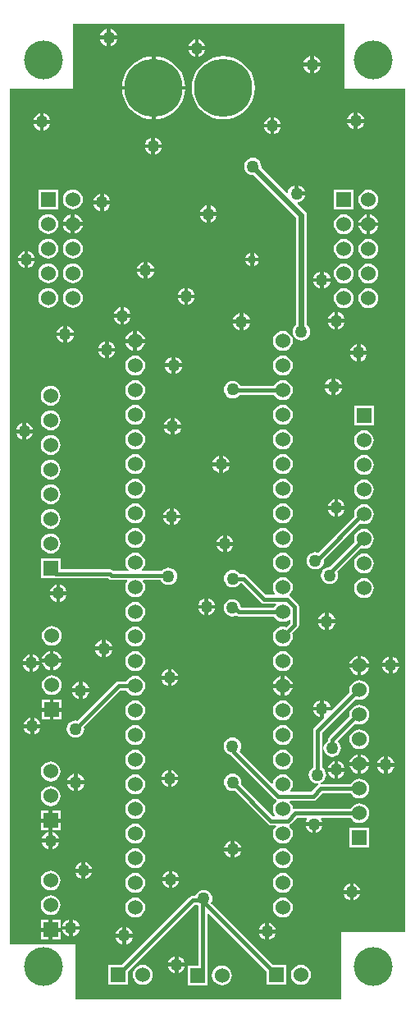
<source format=gbr>
%TF.GenerationSoftware,Altium Limited,Altium Designer,19.1.8 (144)*%
G04 Layer_Physical_Order=2*
G04 Layer_Color=16711680*
%FSLAX26Y26*%
%MOIN*%
%TF.FileFunction,Copper,L2,Bot,Signal*%
%TF.Part,Single*%
G01*
G75*
%TA.AperFunction,Conductor*%
%ADD15C,0.015748*%
%ADD16C,0.023622*%
%TA.AperFunction,ComponentPad*%
%ADD18R,0.060000X0.060000*%
%ADD19C,0.060000*%
%ADD20R,0.060000X0.060000*%
%ADD21C,0.236220*%
%TA.AperFunction,ViaPad*%
%ADD22C,0.157480*%
%ADD23C,0.050000*%
%ADD24C,0.035433*%
G36*
X1377953Y3720472D02*
X1625984D01*
Y299213D01*
X1366142D01*
Y23622D01*
X287402D01*
Y248031D01*
X19685D01*
Y3720472D01*
X275591D01*
Y3984252D01*
X1377953D01*
Y3720472D01*
D02*
G37*
%LPC*%
G36*
X429134Y3963399D02*
Y3937008D01*
X455525D01*
X455359Y3938271D01*
X451832Y3946785D01*
X446222Y3954096D01*
X438911Y3959706D01*
X430397Y3963233D01*
X429134Y3963399D01*
D02*
G37*
G36*
X413386D02*
X412123Y3963233D01*
X403609Y3959706D01*
X396298Y3954096D01*
X390687Y3946785D01*
X387161Y3938271D01*
X386994Y3937008D01*
X413386D01*
Y3963399D01*
D02*
G37*
G36*
X455525Y3921260D02*
X429134D01*
Y3894869D01*
X430397Y3895035D01*
X438911Y3898561D01*
X446222Y3904172D01*
X451832Y3911483D01*
X455359Y3919997D01*
X455525Y3921260D01*
D02*
G37*
G36*
X413386D02*
X386994D01*
X387161Y3919997D01*
X390687Y3911483D01*
X396298Y3904172D01*
X403609Y3898561D01*
X412123Y3895035D01*
X413386Y3894869D01*
Y3921260D01*
D02*
G37*
G36*
X787402Y3920092D02*
Y3893701D01*
X813793D01*
X813627Y3894964D01*
X810100Y3903478D01*
X804490Y3910789D01*
X797179Y3916399D01*
X788664Y3919926D01*
X787402Y3920092D01*
D02*
G37*
G36*
X771654D02*
X770391Y3919926D01*
X761877Y3916399D01*
X754565Y3910789D01*
X748955Y3903478D01*
X745428Y3894964D01*
X745262Y3893701D01*
X771654D01*
Y3920092D01*
D02*
G37*
G36*
X813793Y3877953D02*
X787402D01*
Y3851561D01*
X788664Y3851728D01*
X797179Y3855254D01*
X804490Y3860865D01*
X810100Y3868176D01*
X813627Y3876690D01*
X813793Y3877953D01*
D02*
G37*
G36*
X771654D02*
X745262D01*
X745428Y3876690D01*
X748955Y3868176D01*
X754565Y3860865D01*
X761877Y3855254D01*
X770391Y3851728D01*
X771654Y3851561D01*
Y3877953D01*
D02*
G37*
G36*
X1255906Y3853163D02*
Y3826772D01*
X1282297D01*
X1282131Y3828034D01*
X1278604Y3836549D01*
X1272994Y3843860D01*
X1265682Y3849470D01*
X1257168Y3852997D01*
X1255906Y3853163D01*
D02*
G37*
G36*
X1240158D02*
X1238895Y3852997D01*
X1230380Y3849470D01*
X1223069Y3843860D01*
X1217459Y3836549D01*
X1213932Y3828034D01*
X1213766Y3826772D01*
X1240158D01*
Y3853163D01*
D02*
G37*
G36*
X1282297Y3811024D02*
X1255906D01*
Y3784632D01*
X1257168Y3784798D01*
X1265682Y3788325D01*
X1272994Y3793935D01*
X1278604Y3801247D01*
X1282131Y3809761D01*
X1282297Y3811024D01*
D02*
G37*
G36*
X1240158D02*
X1213766D01*
X1213932Y3809761D01*
X1217459Y3801247D01*
X1223069Y3793935D01*
X1230380Y3788325D01*
X1238895Y3784798D01*
X1240158Y3784632D01*
Y3811024D01*
D02*
G37*
G36*
X611339Y3852887D02*
Y3732874D01*
X731351D01*
X730389Y3745103D01*
X725681Y3764711D01*
X717965Y3783341D01*
X707428Y3800534D01*
X694332Y3815868D01*
X678999Y3828964D01*
X661805Y3839500D01*
X643175Y3847217D01*
X623567Y3851924D01*
X611339Y3852887D01*
D02*
G37*
G36*
X595591D02*
X583362Y3851924D01*
X563754Y3847217D01*
X545124Y3839500D01*
X527931Y3828964D01*
X512597Y3815868D01*
X499501Y3800534D01*
X488965Y3783341D01*
X481248Y3764711D01*
X476540Y3745103D01*
X475578Y3732874D01*
X595591D01*
Y3852887D01*
D02*
G37*
G36*
X1433071Y3624817D02*
Y3598425D01*
X1459462D01*
X1459296Y3599688D01*
X1455769Y3608202D01*
X1450159Y3615514D01*
X1442848Y3621124D01*
X1434334Y3624650D01*
X1433071Y3624817D01*
D02*
G37*
G36*
X1417323D02*
X1416060Y3624650D01*
X1407546Y3621124D01*
X1400235Y3615514D01*
X1394624Y3608202D01*
X1391098Y3599688D01*
X1390931Y3598425D01*
X1417323D01*
Y3624817D01*
D02*
G37*
G36*
X731351Y3717126D02*
X611339D01*
Y3597113D01*
X623567Y3598076D01*
X643175Y3602783D01*
X661805Y3610500D01*
X678999Y3621036D01*
X694332Y3634132D01*
X707428Y3649466D01*
X717965Y3666659D01*
X725681Y3685289D01*
X730389Y3704897D01*
X731351Y3717126D01*
D02*
G37*
G36*
X595591D02*
X475578D01*
X476540Y3704897D01*
X481248Y3685289D01*
X488965Y3666659D01*
X499501Y3649466D01*
X512597Y3634132D01*
X527931Y3621036D01*
X545124Y3610500D01*
X563754Y3602783D01*
X583362Y3598076D01*
X595591Y3597113D01*
Y3717126D01*
D02*
G37*
G36*
X886929Y3853506D02*
X866826Y3851924D01*
X847219Y3847217D01*
X828589Y3839500D01*
X811395Y3828964D01*
X796062Y3815868D01*
X782965Y3800534D01*
X772429Y3783341D01*
X764712Y3764711D01*
X760005Y3745103D01*
X758423Y3725000D01*
X760005Y3704897D01*
X764712Y3685289D01*
X772429Y3666659D01*
X782965Y3649466D01*
X796062Y3634132D01*
X811395Y3621036D01*
X828589Y3610500D01*
X847219Y3602783D01*
X866826Y3598076D01*
X886929Y3596494D01*
X907032Y3598076D01*
X926640Y3602783D01*
X945270Y3610500D01*
X962463Y3621036D01*
X977797Y3634132D01*
X990893Y3649466D01*
X1001429Y3666659D01*
X1009146Y3685289D01*
X1013853Y3704897D01*
X1015436Y3725000D01*
X1013853Y3745103D01*
X1009146Y3764711D01*
X1001429Y3783341D01*
X990893Y3800534D01*
X977797Y3815868D01*
X962463Y3828964D01*
X945270Y3839500D01*
X926640Y3847217D01*
X907032Y3851924D01*
X886929Y3853506D01*
D02*
G37*
G36*
X157480Y3620880D02*
Y3594488D01*
X183872D01*
X183705Y3595751D01*
X180179Y3604265D01*
X174569Y3611577D01*
X167257Y3617187D01*
X158743Y3620713D01*
X157480Y3620880D01*
D02*
G37*
G36*
X141732D02*
X140470Y3620713D01*
X131955Y3617187D01*
X124644Y3611577D01*
X119034Y3604265D01*
X115507Y3595751D01*
X115341Y3594488D01*
X141732D01*
Y3620880D01*
D02*
G37*
G36*
X1094488Y3605131D02*
Y3578740D01*
X1120880D01*
X1120713Y3580003D01*
X1117187Y3588517D01*
X1111576Y3595828D01*
X1104265Y3601439D01*
X1095751Y3604965D01*
X1094488Y3605131D01*
D02*
G37*
G36*
X1078740D02*
X1077477Y3604965D01*
X1068963Y3601439D01*
X1061652Y3595828D01*
X1056042Y3588517D01*
X1052515Y3580003D01*
X1052349Y3578740D01*
X1078740D01*
Y3605131D01*
D02*
G37*
G36*
X1459462Y3582677D02*
X1433071D01*
Y3556286D01*
X1434334Y3556452D01*
X1442848Y3559979D01*
X1450159Y3565589D01*
X1455769Y3572900D01*
X1459296Y3581414D01*
X1459462Y3582677D01*
D02*
G37*
G36*
X1417323D02*
X1390931D01*
X1391098Y3581414D01*
X1394624Y3572900D01*
X1400235Y3565589D01*
X1407546Y3559979D01*
X1416060Y3556452D01*
X1417323Y3556286D01*
Y3582677D01*
D02*
G37*
G36*
X183872Y3578740D02*
X157480D01*
Y3552349D01*
X158743Y3552515D01*
X167257Y3556042D01*
X174569Y3561652D01*
X180179Y3568963D01*
X183705Y3577477D01*
X183872Y3578740D01*
D02*
G37*
G36*
X141732D02*
X115341D01*
X115507Y3577477D01*
X119034Y3568963D01*
X124644Y3561652D01*
X131955Y3556042D01*
X140470Y3552515D01*
X141732Y3552349D01*
Y3578740D01*
D02*
G37*
G36*
X1120880Y3562992D02*
X1094488D01*
Y3536601D01*
X1095751Y3536767D01*
X1104265Y3540294D01*
X1111576Y3545904D01*
X1117187Y3553215D01*
X1120713Y3561729D01*
X1120880Y3562992D01*
D02*
G37*
G36*
X1078740D02*
X1052349D01*
X1052515Y3561729D01*
X1056042Y3553215D01*
X1061652Y3545904D01*
X1068963Y3540294D01*
X1077477Y3536767D01*
X1078740Y3536601D01*
Y3562992D01*
D02*
G37*
G36*
X610236Y3522454D02*
Y3496063D01*
X636628D01*
X636461Y3497326D01*
X632935Y3505840D01*
X627324Y3513151D01*
X620013Y3518761D01*
X611499Y3522288D01*
X610236Y3522454D01*
D02*
G37*
G36*
X594488D02*
X593225Y3522288D01*
X584711Y3518761D01*
X577400Y3513151D01*
X571790Y3505840D01*
X568263Y3497326D01*
X568097Y3496063D01*
X594488D01*
Y3522454D01*
D02*
G37*
G36*
X636628Y3480315D02*
X610236D01*
Y3453924D01*
X611499Y3454090D01*
X620013Y3457617D01*
X627324Y3463227D01*
X632935Y3470538D01*
X636461Y3479052D01*
X636628Y3480315D01*
D02*
G37*
G36*
X594488D02*
X568097D01*
X568263Y3479052D01*
X571790Y3470538D01*
X577400Y3463227D01*
X584711Y3457617D01*
X593225Y3454090D01*
X594488Y3453924D01*
Y3480315D01*
D02*
G37*
G36*
X1192913Y3329541D02*
Y3303150D01*
X1219305D01*
X1219139Y3304412D01*
X1215612Y3312927D01*
X1210002Y3320238D01*
X1202690Y3325848D01*
X1194176Y3329375D01*
X1192913Y3329541D01*
D02*
G37*
G36*
X401575Y3294108D02*
Y3267716D01*
X427966D01*
X427800Y3268979D01*
X424273Y3277494D01*
X418663Y3284805D01*
X411352Y3290415D01*
X402838Y3293942D01*
X401575Y3294108D01*
D02*
G37*
G36*
X385827D02*
X384564Y3293942D01*
X376050Y3290415D01*
X368738Y3284805D01*
X363128Y3277494D01*
X359602Y3268979D01*
X359435Y3267716D01*
X385827D01*
Y3294108D01*
D02*
G37*
G36*
X215591Y3312441D02*
X135591D01*
Y3232441D01*
X215591D01*
Y3312441D01*
D02*
G37*
G36*
X275591Y3312786D02*
X265149Y3311411D01*
X255418Y3307381D01*
X247062Y3300969D01*
X240651Y3292613D01*
X236620Y3282883D01*
X235245Y3272441D01*
X236620Y3261999D01*
X240651Y3252268D01*
X247062Y3243912D01*
X255418Y3237501D01*
X265149Y3233470D01*
X275591Y3232096D01*
X286033Y3233470D01*
X295763Y3237501D01*
X304119Y3243912D01*
X310531Y3252268D01*
X314561Y3261999D01*
X315936Y3272441D01*
X314561Y3282883D01*
X310531Y3292613D01*
X304119Y3300969D01*
X295763Y3307381D01*
X286033Y3311411D01*
X275591Y3312786D01*
D02*
G37*
G36*
X1416378Y3310866D02*
X1336378D01*
Y3230866D01*
X1416378D01*
Y3310866D01*
D02*
G37*
G36*
X1476378Y3311211D02*
X1465936Y3309837D01*
X1456205Y3305806D01*
X1447850Y3299394D01*
X1441438Y3291039D01*
X1437408Y3281308D01*
X1436033Y3270866D01*
X1437408Y3260424D01*
X1441438Y3250693D01*
X1447850Y3242338D01*
X1456205Y3235926D01*
X1465936Y3231896D01*
X1476378Y3230521D01*
X1486820Y3231896D01*
X1496551Y3235926D01*
X1504906Y3242338D01*
X1511318Y3250693D01*
X1515349Y3260424D01*
X1516723Y3270866D01*
X1515349Y3281308D01*
X1511318Y3291039D01*
X1504906Y3299394D01*
X1496551Y3305806D01*
X1486820Y3309837D01*
X1476378Y3311211D01*
D02*
G37*
G36*
X427966Y3251968D02*
X401575D01*
Y3225577D01*
X402838Y3225743D01*
X411352Y3229270D01*
X418663Y3234880D01*
X424273Y3242191D01*
X427800Y3250706D01*
X427966Y3251968D01*
D02*
G37*
G36*
X385827D02*
X359435D01*
X359602Y3250706D01*
X363128Y3242191D01*
X368738Y3234880D01*
X376050Y3229270D01*
X384564Y3225743D01*
X385827Y3225577D01*
Y3251968D01*
D02*
G37*
G36*
X834646Y3246864D02*
Y3220472D01*
X861037D01*
X860871Y3221735D01*
X857344Y3230249D01*
X851734Y3237561D01*
X844423Y3243171D01*
X835909Y3246698D01*
X834646Y3246864D01*
D02*
G37*
G36*
X818898D02*
X817635Y3246698D01*
X809121Y3243171D01*
X801809Y3237561D01*
X796199Y3230249D01*
X792673Y3221735D01*
X792506Y3220472D01*
X818898D01*
Y3246864D01*
D02*
G37*
G36*
X283464Y3211749D02*
Y3180315D01*
X314899D01*
X314561Y3182883D01*
X310531Y3192613D01*
X304119Y3200969D01*
X295763Y3207381D01*
X286033Y3211411D01*
X283464Y3211749D01*
D02*
G37*
G36*
X267716D02*
X265149Y3211411D01*
X255418Y3207381D01*
X247062Y3200969D01*
X240651Y3192613D01*
X236620Y3182883D01*
X236282Y3180315D01*
X267716D01*
Y3211749D01*
D02*
G37*
G36*
X1484252Y3210175D02*
Y3178740D01*
X1515687D01*
X1515349Y3181308D01*
X1511318Y3191039D01*
X1504906Y3199394D01*
X1496551Y3205806D01*
X1486820Y3209837D01*
X1484252Y3210175D01*
D02*
G37*
G36*
X1468504D02*
X1465936Y3209837D01*
X1456205Y3205806D01*
X1447850Y3199394D01*
X1441438Y3191039D01*
X1437408Y3181308D01*
X1437069Y3178740D01*
X1468504D01*
Y3210175D01*
D02*
G37*
G36*
X861037Y3204724D02*
X834646D01*
Y3178333D01*
X835909Y3178499D01*
X844423Y3182026D01*
X851734Y3187636D01*
X857344Y3194947D01*
X860871Y3203462D01*
X861037Y3204724D01*
D02*
G37*
G36*
X818898D02*
X792506D01*
X792673Y3203462D01*
X796199Y3194947D01*
X801809Y3187636D01*
X809121Y3182026D01*
X817635Y3178499D01*
X818898Y3178333D01*
Y3204724D01*
D02*
G37*
G36*
X267716Y3164567D02*
X236282D01*
X236620Y3161999D01*
X240651Y3152268D01*
X247062Y3143912D01*
X255418Y3137501D01*
X265149Y3133470D01*
X267716Y3133132D01*
Y3164567D01*
D02*
G37*
G36*
X314899D02*
X283464D01*
Y3133132D01*
X286033Y3133470D01*
X295763Y3137501D01*
X304119Y3143912D01*
X310531Y3152268D01*
X314561Y3161999D01*
X314899Y3164567D01*
D02*
G37*
G36*
X175591Y3212786D02*
X165149Y3211411D01*
X155418Y3207381D01*
X147062Y3200969D01*
X140651Y3192613D01*
X136620Y3182883D01*
X135245Y3172441D01*
X136620Y3161999D01*
X140651Y3152268D01*
X147062Y3143912D01*
X155418Y3137501D01*
X165149Y3133470D01*
X175591Y3132096D01*
X186033Y3133470D01*
X195763Y3137501D01*
X204119Y3143912D01*
X210531Y3152268D01*
X214561Y3161999D01*
X215936Y3172441D01*
X214561Y3182883D01*
X210531Y3192613D01*
X204119Y3200969D01*
X195763Y3207381D01*
X186033Y3211411D01*
X175591Y3212786D01*
D02*
G37*
G36*
X1515687Y3162992D02*
X1484252D01*
Y3131557D01*
X1486820Y3131896D01*
X1496551Y3135926D01*
X1504906Y3142338D01*
X1511318Y3150693D01*
X1515349Y3160424D01*
X1515687Y3162992D01*
D02*
G37*
G36*
X1468504D02*
X1437069D01*
X1437408Y3160424D01*
X1441438Y3150693D01*
X1447850Y3142338D01*
X1456205Y3135926D01*
X1465936Y3131896D01*
X1468504Y3131557D01*
Y3162992D01*
D02*
G37*
G36*
X1376378Y3211211D02*
X1365936Y3209837D01*
X1356205Y3205806D01*
X1347850Y3199394D01*
X1341438Y3191039D01*
X1337408Y3181308D01*
X1336033Y3170866D01*
X1337408Y3160424D01*
X1341438Y3150693D01*
X1347850Y3142338D01*
X1356205Y3135926D01*
X1365936Y3131896D01*
X1376378Y3130521D01*
X1386820Y3131896D01*
X1396551Y3135926D01*
X1404906Y3142338D01*
X1411318Y3150693D01*
X1415349Y3160424D01*
X1416723Y3170866D01*
X1415349Y3181308D01*
X1411318Y3191039D01*
X1404906Y3199394D01*
X1396551Y3205806D01*
X1386820Y3209837D01*
X1376378Y3211211D01*
D02*
G37*
G36*
X1011811Y3054298D02*
Y3035433D01*
X1030676D01*
X1028147Y3041537D01*
X1023705Y3047327D01*
X1017915Y3051769D01*
X1011811Y3054298D01*
D02*
G37*
G36*
X996063D02*
X989959Y3051769D01*
X984169Y3047327D01*
X979727Y3041537D01*
X977198Y3035433D01*
X996063D01*
Y3054298D01*
D02*
G37*
G36*
X94488Y3061825D02*
Y3035433D01*
X120880D01*
X120713Y3036696D01*
X117187Y3045210D01*
X111576Y3052521D01*
X104265Y3058131D01*
X95751Y3061658D01*
X94488Y3061825D01*
D02*
G37*
G36*
X78740D02*
X77477Y3061658D01*
X68963Y3058131D01*
X61652Y3052521D01*
X56042Y3045210D01*
X52515Y3036696D01*
X52349Y3035433D01*
X78740D01*
Y3061825D01*
D02*
G37*
G36*
X275591Y3112786D02*
X265149Y3111411D01*
X255418Y3107381D01*
X247062Y3100969D01*
X240651Y3092613D01*
X236620Y3082883D01*
X235245Y3072441D01*
X236620Y3061999D01*
X240651Y3052268D01*
X247062Y3043912D01*
X255418Y3037501D01*
X265149Y3033470D01*
X275591Y3032096D01*
X286033Y3033470D01*
X295763Y3037501D01*
X304119Y3043912D01*
X310531Y3052268D01*
X314561Y3061999D01*
X315936Y3072441D01*
X314561Y3082883D01*
X310531Y3092613D01*
X304119Y3100969D01*
X295763Y3107381D01*
X286033Y3111411D01*
X275591Y3112786D01*
D02*
G37*
G36*
X175591D02*
X165149Y3111411D01*
X155418Y3107381D01*
X147062Y3100969D01*
X140651Y3092613D01*
X136620Y3082883D01*
X135245Y3072441D01*
X136620Y3061999D01*
X140651Y3052268D01*
X147062Y3043912D01*
X155418Y3037501D01*
X165149Y3033470D01*
X175591Y3032096D01*
X186033Y3033470D01*
X195763Y3037501D01*
X204119Y3043912D01*
X210531Y3052268D01*
X214561Y3061999D01*
X215936Y3072441D01*
X214561Y3082883D01*
X210531Y3092613D01*
X204119Y3100969D01*
X195763Y3107381D01*
X186033Y3111411D01*
X175591Y3112786D01*
D02*
G37*
G36*
X1476378Y3111211D02*
X1465936Y3109837D01*
X1456205Y3105806D01*
X1447850Y3099394D01*
X1441438Y3091039D01*
X1437408Y3081308D01*
X1436033Y3070866D01*
X1437408Y3060424D01*
X1441438Y3050693D01*
X1447850Y3042338D01*
X1456205Y3035926D01*
X1465936Y3031896D01*
X1476378Y3030521D01*
X1486820Y3031896D01*
X1496551Y3035926D01*
X1504906Y3042338D01*
X1511318Y3050693D01*
X1515349Y3060424D01*
X1516723Y3070866D01*
X1515349Y3081308D01*
X1511318Y3091039D01*
X1504906Y3099394D01*
X1496551Y3105806D01*
X1486820Y3109837D01*
X1476378Y3111211D01*
D02*
G37*
G36*
X1376378D02*
X1365936Y3109837D01*
X1356205Y3105806D01*
X1347850Y3099394D01*
X1341438Y3091039D01*
X1337408Y3081308D01*
X1336033Y3070866D01*
X1337408Y3060424D01*
X1341438Y3050693D01*
X1347850Y3042338D01*
X1356205Y3035926D01*
X1365936Y3031896D01*
X1376378Y3030521D01*
X1386820Y3031896D01*
X1396551Y3035926D01*
X1404906Y3042338D01*
X1411318Y3050693D01*
X1415349Y3060424D01*
X1416723Y3070866D01*
X1415349Y3081308D01*
X1411318Y3091039D01*
X1404906Y3099394D01*
X1396551Y3105806D01*
X1386820Y3109837D01*
X1376378Y3111211D01*
D02*
G37*
G36*
X1030676Y3019685D02*
X1011811D01*
Y3000820D01*
X1017915Y3003349D01*
X1023705Y3007791D01*
X1028147Y3013581D01*
X1030676Y3019685D01*
D02*
G37*
G36*
X996063D02*
X977198D01*
X979727Y3013581D01*
X984169Y3007791D01*
X989959Y3003349D01*
X996063Y3000820D01*
Y3019685D01*
D02*
G37*
G36*
X120880D02*
X94488D01*
Y2993294D01*
X95751Y2993460D01*
X104265Y2996987D01*
X111576Y3002597D01*
X117187Y3009908D01*
X120713Y3018422D01*
X120880Y3019685D01*
D02*
G37*
G36*
X78740D02*
X52349D01*
X52515Y3018422D01*
X56042Y3009908D01*
X61652Y3002597D01*
X68963Y2996987D01*
X77477Y2993460D01*
X78740Y2993294D01*
Y3019685D01*
D02*
G37*
G36*
X578740Y3018517D02*
Y2992126D01*
X605131D01*
X604965Y2993389D01*
X601438Y3001903D01*
X595828Y3009214D01*
X588517Y3014824D01*
X580003Y3018351D01*
X578740Y3018517D01*
D02*
G37*
G36*
X562992D02*
X561729Y3018351D01*
X553215Y3014824D01*
X545904Y3009214D01*
X540294Y3001903D01*
X536767Y2993389D01*
X536601Y2992126D01*
X562992D01*
Y3018517D01*
D02*
G37*
G36*
X1295276Y2979147D02*
Y2952756D01*
X1321667D01*
X1321501Y2954019D01*
X1317974Y2962533D01*
X1312364Y2969844D01*
X1305053Y2975454D01*
X1296538Y2978981D01*
X1295276Y2979147D01*
D02*
G37*
G36*
X1279528D02*
X1278265Y2978981D01*
X1269751Y2975454D01*
X1262439Y2969844D01*
X1256829Y2962533D01*
X1253303Y2954019D01*
X1253136Y2952756D01*
X1279528D01*
Y2979147D01*
D02*
G37*
G36*
X605131Y2976378D02*
X578740D01*
Y2949987D01*
X580003Y2950153D01*
X588517Y2953680D01*
X595828Y2959290D01*
X601438Y2966601D01*
X604965Y2975115D01*
X605131Y2976378D01*
D02*
G37*
G36*
X562992D02*
X536601D01*
X536767Y2975115D01*
X540294Y2966601D01*
X545904Y2959290D01*
X553215Y2953680D01*
X561729Y2950153D01*
X562992Y2949987D01*
Y2976378D01*
D02*
G37*
G36*
X275591Y3012786D02*
X265149Y3011411D01*
X255418Y3007381D01*
X247062Y3000969D01*
X240651Y2992613D01*
X236620Y2982883D01*
X235245Y2972441D01*
X236620Y2961999D01*
X240651Y2952268D01*
X247062Y2943912D01*
X255418Y2937501D01*
X265149Y2933470D01*
X275591Y2932096D01*
X286033Y2933470D01*
X295763Y2937501D01*
X304119Y2943912D01*
X310531Y2952268D01*
X314561Y2961999D01*
X315936Y2972441D01*
X314561Y2982883D01*
X310531Y2992613D01*
X304119Y3000969D01*
X295763Y3007381D01*
X286033Y3011411D01*
X275591Y3012786D01*
D02*
G37*
G36*
X175591D02*
X165149Y3011411D01*
X155418Y3007381D01*
X147062Y3000969D01*
X140651Y2992613D01*
X136620Y2982883D01*
X135245Y2972441D01*
X136620Y2961999D01*
X140651Y2952268D01*
X147062Y2943912D01*
X155418Y2937501D01*
X165149Y2933470D01*
X175591Y2932096D01*
X186033Y2933470D01*
X195763Y2937501D01*
X204119Y2943912D01*
X210531Y2952268D01*
X214561Y2961999D01*
X215936Y2972441D01*
X214561Y2982883D01*
X210531Y2992613D01*
X204119Y3000969D01*
X195763Y3007381D01*
X186033Y3011411D01*
X175591Y3012786D01*
D02*
G37*
G36*
X1476378Y3011211D02*
X1465936Y3009837D01*
X1456205Y3005806D01*
X1447850Y2999394D01*
X1441438Y2991039D01*
X1437408Y2981308D01*
X1436033Y2970866D01*
X1437408Y2960424D01*
X1441438Y2950693D01*
X1447850Y2942338D01*
X1456205Y2935926D01*
X1465936Y2931896D01*
X1476378Y2930521D01*
X1486820Y2931896D01*
X1496551Y2935926D01*
X1504906Y2942338D01*
X1511318Y2950693D01*
X1515349Y2960424D01*
X1516723Y2970866D01*
X1515349Y2981308D01*
X1511318Y2991039D01*
X1504906Y2999394D01*
X1496551Y3005806D01*
X1486820Y3009837D01*
X1476378Y3011211D01*
D02*
G37*
G36*
X1376378D02*
X1365936Y3009837D01*
X1356205Y3005806D01*
X1347850Y2999394D01*
X1341438Y2991039D01*
X1337408Y2981308D01*
X1336033Y2970866D01*
X1337408Y2960424D01*
X1341438Y2950693D01*
X1347850Y2942338D01*
X1356205Y2935926D01*
X1365936Y2931896D01*
X1376378Y2930521D01*
X1386820Y2931896D01*
X1396551Y2935926D01*
X1404906Y2942338D01*
X1411318Y2950693D01*
X1415349Y2960424D01*
X1416723Y2970866D01*
X1415349Y2981308D01*
X1411318Y2991039D01*
X1404906Y2999394D01*
X1396551Y3005806D01*
X1386820Y3009837D01*
X1376378Y3011211D01*
D02*
G37*
G36*
X1321667Y2937008D02*
X1295276D01*
Y2910617D01*
X1296538Y2910783D01*
X1305053Y2914309D01*
X1312364Y2919920D01*
X1317974Y2927231D01*
X1321501Y2935745D01*
X1321667Y2937008D01*
D02*
G37*
G36*
X1279528D02*
X1253136D01*
X1253303Y2935745D01*
X1256829Y2927231D01*
X1262439Y2919920D01*
X1269751Y2914309D01*
X1278265Y2910783D01*
X1279528Y2910617D01*
Y2937008D01*
D02*
G37*
G36*
X744095Y2912218D02*
Y2885827D01*
X770486D01*
X770320Y2887090D01*
X766793Y2895604D01*
X761183Y2902915D01*
X753871Y2908525D01*
X745357Y2912052D01*
X744095Y2912218D01*
D02*
G37*
G36*
X728346D02*
X727084Y2912052D01*
X718569Y2908525D01*
X711258Y2902915D01*
X705648Y2895604D01*
X702121Y2887090D01*
X701955Y2885827D01*
X728346D01*
Y2912218D01*
D02*
G37*
G36*
X770486Y2870079D02*
X744095D01*
Y2843687D01*
X745357Y2843854D01*
X753871Y2847380D01*
X761183Y2852990D01*
X766793Y2860302D01*
X770320Y2868816D01*
X770486Y2870079D01*
D02*
G37*
G36*
X728346D02*
X701955D01*
X702121Y2868816D01*
X705648Y2860302D01*
X711258Y2852990D01*
X718569Y2847380D01*
X727084Y2843854D01*
X728346Y2843687D01*
Y2870079D01*
D02*
G37*
G36*
X275591Y2912786D02*
X265149Y2911411D01*
X255418Y2907381D01*
X247062Y2900969D01*
X240651Y2892613D01*
X236620Y2882883D01*
X235245Y2872441D01*
X236620Y2861999D01*
X240651Y2852268D01*
X247062Y2843912D01*
X255418Y2837501D01*
X265149Y2833470D01*
X275591Y2832096D01*
X286033Y2833470D01*
X295763Y2837501D01*
X304119Y2843912D01*
X310531Y2852268D01*
X314561Y2861999D01*
X315936Y2872441D01*
X314561Y2882883D01*
X310531Y2892613D01*
X304119Y2900969D01*
X295763Y2907381D01*
X286033Y2911411D01*
X275591Y2912786D01*
D02*
G37*
G36*
X175591D02*
X165149Y2911411D01*
X155418Y2907381D01*
X147062Y2900969D01*
X140651Y2892613D01*
X136620Y2882883D01*
X135245Y2872441D01*
X136620Y2861999D01*
X140651Y2852268D01*
X147062Y2843912D01*
X155418Y2837501D01*
X165149Y2833470D01*
X175591Y2832096D01*
X186033Y2833470D01*
X195763Y2837501D01*
X204119Y2843912D01*
X210531Y2852268D01*
X214561Y2861999D01*
X215936Y2872441D01*
X214561Y2882883D01*
X210531Y2892613D01*
X204119Y2900969D01*
X195763Y2907381D01*
X186033Y2911411D01*
X175591Y2912786D01*
D02*
G37*
G36*
X1476378Y2911211D02*
X1465936Y2909837D01*
X1456205Y2905806D01*
X1447850Y2899394D01*
X1441438Y2891039D01*
X1437408Y2881308D01*
X1436033Y2870866D01*
X1437408Y2860424D01*
X1441438Y2850693D01*
X1447850Y2842338D01*
X1456205Y2835926D01*
X1465936Y2831896D01*
X1476378Y2830521D01*
X1486820Y2831896D01*
X1496551Y2835926D01*
X1504906Y2842338D01*
X1511318Y2850693D01*
X1515349Y2860424D01*
X1516723Y2870866D01*
X1515349Y2881308D01*
X1511318Y2891039D01*
X1504906Y2899394D01*
X1496551Y2905806D01*
X1486820Y2909837D01*
X1476378Y2911211D01*
D02*
G37*
G36*
X1376378D02*
X1365936Y2909837D01*
X1356205Y2905806D01*
X1347850Y2899394D01*
X1341438Y2891039D01*
X1337408Y2881308D01*
X1336033Y2870866D01*
X1337408Y2860424D01*
X1341438Y2850693D01*
X1347850Y2842338D01*
X1356205Y2835926D01*
X1365936Y2831896D01*
X1376378Y2830521D01*
X1386820Y2831896D01*
X1396551Y2835926D01*
X1404906Y2842338D01*
X1411318Y2850693D01*
X1415349Y2860424D01*
X1416723Y2870866D01*
X1415349Y2881308D01*
X1411318Y2891039D01*
X1404906Y2899394D01*
X1396551Y2905806D01*
X1386820Y2909837D01*
X1376378Y2911211D01*
D02*
G37*
G36*
X484252Y2833478D02*
Y2807087D01*
X510643D01*
X510477Y2808349D01*
X506950Y2816864D01*
X501340Y2824175D01*
X494029Y2829785D01*
X485515Y2833312D01*
X484252Y2833478D01*
D02*
G37*
G36*
X468504D02*
X467241Y2833312D01*
X458727Y2829785D01*
X451416Y2824175D01*
X445806Y2816864D01*
X442279Y2808349D01*
X442113Y2807087D01*
X468504D01*
Y2833478D01*
D02*
G37*
G36*
X1354331Y2813793D02*
Y2787402D01*
X1380722D01*
X1380556Y2788664D01*
X1377029Y2797179D01*
X1371419Y2804490D01*
X1364108Y2810100D01*
X1355593Y2813627D01*
X1354331Y2813793D01*
D02*
G37*
G36*
X1338583D02*
X1337320Y2813627D01*
X1328806Y2810100D01*
X1321494Y2804490D01*
X1315884Y2797179D01*
X1312358Y2788664D01*
X1312191Y2787402D01*
X1338583D01*
Y2813793D01*
D02*
G37*
G36*
X968504Y2809856D02*
Y2783465D01*
X994895D01*
X994729Y2784727D01*
X991202Y2793242D01*
X985592Y2800553D01*
X978281Y2806163D01*
X969767Y2809690D01*
X968504Y2809856D01*
D02*
G37*
G36*
X952756D02*
X951493Y2809690D01*
X942979Y2806163D01*
X935668Y2800553D01*
X930058Y2793242D01*
X926531Y2784727D01*
X926365Y2783465D01*
X952756D01*
Y2809856D01*
D02*
G37*
G36*
X510643Y2791339D02*
X484252D01*
Y2764947D01*
X485515Y2765113D01*
X494029Y2768640D01*
X501340Y2774250D01*
X506950Y2781562D01*
X510477Y2790076D01*
X510643Y2791339D01*
D02*
G37*
G36*
X468504D02*
X442113D01*
X442279Y2790076D01*
X445806Y2781562D01*
X451416Y2774250D01*
X458727Y2768640D01*
X467241Y2765113D01*
X468504Y2764947D01*
Y2791339D01*
D02*
G37*
G36*
X1380722Y2771654D02*
X1354331D01*
Y2745262D01*
X1355593Y2745428D01*
X1364108Y2748955D01*
X1371419Y2754565D01*
X1377029Y2761877D01*
X1380556Y2770391D01*
X1380722Y2771654D01*
D02*
G37*
G36*
X1338583D02*
X1312191D01*
X1312358Y2770391D01*
X1315884Y2761877D01*
X1321494Y2754565D01*
X1328806Y2748955D01*
X1337320Y2745428D01*
X1338583Y2745262D01*
Y2771654D01*
D02*
G37*
G36*
X994895Y2767717D02*
X968504D01*
Y2741325D01*
X969767Y2741492D01*
X978281Y2745018D01*
X985592Y2750628D01*
X991202Y2757940D01*
X994729Y2766454D01*
X994895Y2767717D01*
D02*
G37*
G36*
X952756D02*
X926365D01*
X926531Y2766454D01*
X930058Y2757940D01*
X935668Y2750628D01*
X942979Y2745018D01*
X951493Y2741492D01*
X952756Y2741325D01*
Y2767717D01*
D02*
G37*
G36*
X251969Y2758675D02*
Y2732283D01*
X278360D01*
X278194Y2733546D01*
X274667Y2742060D01*
X269057Y2749372D01*
X261745Y2754982D01*
X253231Y2758508D01*
X251969Y2758675D01*
D02*
G37*
G36*
X236220D02*
X234958Y2758508D01*
X226444Y2754982D01*
X219132Y2749372D01*
X213522Y2742060D01*
X209995Y2733546D01*
X209829Y2732283D01*
X236220D01*
Y2758675D01*
D02*
G37*
G36*
X536811Y2736749D02*
Y2705315D01*
X568246D01*
X567908Y2707883D01*
X563877Y2717613D01*
X557465Y2725969D01*
X549110Y2732381D01*
X539379Y2736411D01*
X536811Y2736749D01*
D02*
G37*
G36*
X521063D02*
X518495Y2736411D01*
X508764Y2732381D01*
X500409Y2725969D01*
X493997Y2717613D01*
X489966Y2707883D01*
X489628Y2705315D01*
X521063D01*
Y2736749D01*
D02*
G37*
G36*
X1006890Y3440814D02*
X997753Y3439611D01*
X989239Y3436084D01*
X981928Y3430474D01*
X976317Y3423163D01*
X972791Y3414649D01*
X971588Y3405512D01*
X972791Y3396375D01*
X976317Y3387861D01*
X981928Y3380550D01*
X989239Y3374939D01*
X997753Y3371413D01*
X1006890Y3370210D01*
X1010294Y3370658D01*
X1181994Y3198958D01*
Y2761698D01*
X1179270Y2759608D01*
X1173660Y2752297D01*
X1170133Y2743782D01*
X1168930Y2734646D01*
X1170133Y2725509D01*
X1173660Y2716995D01*
X1179270Y2709683D01*
X1186581Y2704073D01*
X1195096Y2700546D01*
X1204232Y2699344D01*
X1213369Y2700546D01*
X1221883Y2704073D01*
X1229195Y2709683D01*
X1234805Y2716995D01*
X1238332Y2725509D01*
X1239534Y2734646D01*
X1238332Y2743782D01*
X1234805Y2752297D01*
X1229195Y2759608D01*
X1226471Y2761698D01*
Y3208169D01*
X1226471Y3208169D01*
X1224778Y3216679D01*
X1219957Y3223894D01*
X1219957Y3223894D01*
X1188469Y3255382D01*
X1190261Y3260661D01*
X1194176Y3261177D01*
X1202690Y3264703D01*
X1210002Y3270313D01*
X1215612Y3277625D01*
X1219139Y3286139D01*
X1219305Y3287402D01*
X1185039D01*
Y3295276D01*
X1177165D01*
Y3329541D01*
X1175903Y3329375D01*
X1167388Y3325848D01*
X1160077Y3320238D01*
X1154467Y3312927D01*
X1150940Y3304412D01*
X1150425Y3300498D01*
X1145146Y3298706D01*
X1041744Y3402108D01*
X1042192Y3405512D01*
X1040989Y3414649D01*
X1037462Y3423163D01*
X1031852Y3430474D01*
X1024541Y3436084D01*
X1016027Y3439611D01*
X1006890Y3440814D01*
D02*
G37*
G36*
X278360Y2716535D02*
X251969D01*
Y2690144D01*
X253231Y2690310D01*
X261745Y2693837D01*
X269057Y2699447D01*
X274667Y2706758D01*
X278194Y2715273D01*
X278360Y2716535D01*
D02*
G37*
G36*
X236220D02*
X209829D01*
X209995Y2715273D01*
X213522Y2706758D01*
X219132Y2699447D01*
X226444Y2693837D01*
X234958Y2690310D01*
X236220Y2690144D01*
Y2716535D01*
D02*
G37*
G36*
X421260Y2695683D02*
Y2669291D01*
X447651D01*
X447485Y2670554D01*
X443958Y2679068D01*
X438348Y2686380D01*
X431037Y2691990D01*
X422523Y2695516D01*
X421260Y2695683D01*
D02*
G37*
G36*
X405512D02*
X404249Y2695516D01*
X395735Y2691990D01*
X388423Y2686380D01*
X382813Y2679068D01*
X379287Y2670554D01*
X379120Y2669291D01*
X405512D01*
Y2695683D01*
D02*
G37*
G36*
X568246Y2689567D02*
X536811D01*
Y2658132D01*
X539379Y2658470D01*
X549110Y2662501D01*
X557465Y2668912D01*
X563877Y2677268D01*
X567908Y2686999D01*
X568246Y2689567D01*
D02*
G37*
G36*
X521063D02*
X489628D01*
X489966Y2686999D01*
X493997Y2677268D01*
X500409Y2668912D01*
X508764Y2662501D01*
X518495Y2658470D01*
X521063Y2658132D01*
Y2689567D01*
D02*
G37*
G36*
X1444882Y2683872D02*
Y2657480D01*
X1471273D01*
X1471107Y2658743D01*
X1467580Y2667257D01*
X1461970Y2674569D01*
X1454659Y2680179D01*
X1446145Y2683705D01*
X1444882Y2683872D01*
D02*
G37*
G36*
X1429134D02*
X1427871Y2683705D01*
X1419357Y2680179D01*
X1412046Y2674569D01*
X1406436Y2667257D01*
X1402909Y2658743D01*
X1402743Y2657480D01*
X1429134D01*
Y2683872D01*
D02*
G37*
G36*
X1128937Y2737786D02*
X1118495Y2736411D01*
X1108764Y2732381D01*
X1100409Y2725969D01*
X1093997Y2717613D01*
X1089966Y2707883D01*
X1088592Y2697441D01*
X1089966Y2686999D01*
X1093997Y2677268D01*
X1100409Y2668912D01*
X1108764Y2662501D01*
X1118495Y2658470D01*
X1128937Y2657096D01*
X1139379Y2658470D01*
X1149110Y2662501D01*
X1157465Y2668912D01*
X1163877Y2677268D01*
X1167908Y2686999D01*
X1169282Y2697441D01*
X1167908Y2707883D01*
X1163877Y2717613D01*
X1157465Y2725969D01*
X1149110Y2732381D01*
X1139379Y2736411D01*
X1128937Y2737786D01*
D02*
G37*
G36*
X447651Y2653543D02*
X421260D01*
Y2627152D01*
X422523Y2627318D01*
X431037Y2630845D01*
X438348Y2636455D01*
X443958Y2643766D01*
X447485Y2652280D01*
X447651Y2653543D01*
D02*
G37*
G36*
X405512D02*
X379120D01*
X379287Y2652280D01*
X382813Y2643766D01*
X388423Y2636455D01*
X395735Y2630845D01*
X404249Y2627318D01*
X405512Y2627152D01*
Y2653543D01*
D02*
G37*
G36*
X1471273Y2641732D02*
X1444882D01*
Y2615341D01*
X1446145Y2615507D01*
X1454659Y2619034D01*
X1461970Y2624644D01*
X1467580Y2631955D01*
X1471107Y2640470D01*
X1471273Y2641732D01*
D02*
G37*
G36*
X1429134D02*
X1402743D01*
X1402909Y2640470D01*
X1406436Y2631955D01*
X1412046Y2624644D01*
X1419357Y2619034D01*
X1427871Y2615507D01*
X1429134Y2615341D01*
Y2641732D01*
D02*
G37*
G36*
X692913Y2632691D02*
Y2606299D01*
X719305D01*
X719139Y2607562D01*
X715612Y2616076D01*
X710002Y2623387D01*
X702690Y2628998D01*
X694176Y2632524D01*
X692913Y2632691D01*
D02*
G37*
G36*
X677165D02*
X675903Y2632524D01*
X667388Y2628998D01*
X660077Y2623387D01*
X654467Y2616076D01*
X650940Y2607562D01*
X650774Y2606299D01*
X677165D01*
Y2632691D01*
D02*
G37*
G36*
X719305Y2590551D02*
X692913D01*
Y2564160D01*
X694176Y2564326D01*
X702690Y2567853D01*
X710002Y2573463D01*
X715612Y2580774D01*
X719139Y2589288D01*
X719305Y2590551D01*
D02*
G37*
G36*
X677165D02*
X650774D01*
X650940Y2589288D01*
X654467Y2580774D01*
X660077Y2573463D01*
X667388Y2567853D01*
X675903Y2564326D01*
X677165Y2564160D01*
Y2590551D01*
D02*
G37*
G36*
X1128937Y2637786D02*
X1118495Y2636411D01*
X1108764Y2632381D01*
X1100409Y2625969D01*
X1093997Y2617613D01*
X1089966Y2607883D01*
X1088592Y2597441D01*
X1089966Y2586999D01*
X1093997Y2577268D01*
X1100409Y2568912D01*
X1108764Y2562501D01*
X1118495Y2558470D01*
X1128937Y2557096D01*
X1139379Y2558470D01*
X1149110Y2562501D01*
X1157465Y2568912D01*
X1163877Y2577268D01*
X1167908Y2586999D01*
X1169282Y2597441D01*
X1167908Y2607883D01*
X1163877Y2617613D01*
X1157465Y2625969D01*
X1149110Y2632381D01*
X1139379Y2636411D01*
X1128937Y2637786D01*
D02*
G37*
G36*
X528937D02*
X518495Y2636411D01*
X508764Y2632381D01*
X500409Y2625969D01*
X493997Y2617613D01*
X489966Y2607883D01*
X488592Y2597441D01*
X489966Y2586999D01*
X493997Y2577268D01*
X500409Y2568912D01*
X508764Y2562501D01*
X518495Y2558470D01*
X528937Y2557096D01*
X539379Y2558470D01*
X549110Y2562501D01*
X557465Y2568912D01*
X563877Y2577268D01*
X567908Y2586999D01*
X569282Y2597441D01*
X567908Y2607883D01*
X563877Y2617613D01*
X557465Y2625969D01*
X549110Y2632381D01*
X539379Y2636411D01*
X528937Y2637786D01*
D02*
G37*
G36*
X1342520Y2546076D02*
Y2519685D01*
X1368911D01*
X1368745Y2520948D01*
X1365218Y2529462D01*
X1359608Y2536773D01*
X1352297Y2542383D01*
X1343783Y2545910D01*
X1342520Y2546076D01*
D02*
G37*
G36*
X1326772D02*
X1325509Y2545910D01*
X1316995Y2542383D01*
X1309683Y2536773D01*
X1304073Y2529462D01*
X1300547Y2520948D01*
X1300380Y2519685D01*
X1326772D01*
Y2546076D01*
D02*
G37*
G36*
X1128937Y2537786D02*
X1118495Y2536411D01*
X1108764Y2532381D01*
X1100409Y2525969D01*
X1093997Y2517613D01*
X1093190Y2515665D01*
X956592D01*
X955769Y2517651D01*
X950159Y2524962D01*
X942848Y2530572D01*
X934334Y2534099D01*
X925197Y2535302D01*
X916060Y2534099D01*
X907546Y2530572D01*
X900235Y2524962D01*
X894625Y2517651D01*
X891098Y2509137D01*
X889895Y2500000D01*
X891098Y2490863D01*
X894625Y2482349D01*
X900235Y2475038D01*
X907546Y2469428D01*
X916060Y2465901D01*
X925197Y2464698D01*
X934334Y2465901D01*
X942848Y2469428D01*
X950159Y2475038D01*
X953366Y2479217D01*
X1093190D01*
X1093997Y2477268D01*
X1100409Y2468912D01*
X1108764Y2462501D01*
X1118495Y2458470D01*
X1128937Y2457096D01*
X1139379Y2458470D01*
X1149110Y2462501D01*
X1157465Y2468912D01*
X1163877Y2477268D01*
X1167908Y2486999D01*
X1169282Y2497441D01*
X1167908Y2507883D01*
X1163877Y2517613D01*
X1157465Y2525969D01*
X1149110Y2532381D01*
X1139379Y2536411D01*
X1128937Y2537786D01*
D02*
G37*
G36*
X1368911Y2503937D02*
X1342520D01*
Y2477546D01*
X1343783Y2477712D01*
X1352297Y2481239D01*
X1359608Y2486849D01*
X1365218Y2494160D01*
X1368745Y2502674D01*
X1368911Y2503937D01*
D02*
G37*
G36*
X1326772D02*
X1300380D01*
X1300547Y2502674D01*
X1304073Y2494160D01*
X1309683Y2486849D01*
X1316995Y2481239D01*
X1325509Y2477712D01*
X1326772Y2477546D01*
Y2503937D01*
D02*
G37*
G36*
X528937Y2537786D02*
X518495Y2536411D01*
X508764Y2532381D01*
X500409Y2525969D01*
X493997Y2517613D01*
X489966Y2507883D01*
X488592Y2497441D01*
X489966Y2486999D01*
X493997Y2477268D01*
X500409Y2468912D01*
X508764Y2462501D01*
X518495Y2458470D01*
X528937Y2457096D01*
X539379Y2458470D01*
X549110Y2462501D01*
X557465Y2468912D01*
X563877Y2477268D01*
X567908Y2486999D01*
X569282Y2497441D01*
X567908Y2507883D01*
X563877Y2517613D01*
X557465Y2525969D01*
X549110Y2532381D01*
X539379Y2536411D01*
X528937Y2537786D01*
D02*
G37*
G36*
X185039Y2515148D02*
X174597Y2513774D01*
X164867Y2509743D01*
X156511Y2503331D01*
X150099Y2494976D01*
X146069Y2485245D01*
X144694Y2474803D01*
X146069Y2464361D01*
X150099Y2454631D01*
X156511Y2446275D01*
X164867Y2439863D01*
X174597Y2435833D01*
X185039Y2434458D01*
X195482Y2435833D01*
X205212Y2439863D01*
X213568Y2446275D01*
X219979Y2454631D01*
X224010Y2464361D01*
X225385Y2474803D01*
X224010Y2485245D01*
X219979Y2494976D01*
X213568Y2503331D01*
X205212Y2509743D01*
X195482Y2513774D01*
X185039Y2515148D01*
D02*
G37*
G36*
X688976Y2384659D02*
Y2358268D01*
X715368D01*
X715202Y2359530D01*
X711675Y2368045D01*
X706065Y2375356D01*
X698753Y2380966D01*
X690239Y2384493D01*
X688976Y2384659D01*
D02*
G37*
G36*
X673228D02*
X671966Y2384493D01*
X663451Y2380966D01*
X656140Y2375356D01*
X650530Y2368045D01*
X647003Y2359530D01*
X646837Y2358268D01*
X673228D01*
Y2384659D01*
D02*
G37*
G36*
X1128937Y2437786D02*
X1118495Y2436411D01*
X1108764Y2432381D01*
X1100409Y2425969D01*
X1093997Y2417613D01*
X1089966Y2407883D01*
X1088592Y2397441D01*
X1089966Y2386999D01*
X1093997Y2377268D01*
X1100409Y2368912D01*
X1108764Y2362501D01*
X1118495Y2358470D01*
X1128937Y2357096D01*
X1139379Y2358470D01*
X1149110Y2362501D01*
X1157465Y2368912D01*
X1163877Y2377268D01*
X1167908Y2386999D01*
X1169282Y2397441D01*
X1167908Y2407883D01*
X1163877Y2417613D01*
X1157465Y2425969D01*
X1149110Y2432381D01*
X1139379Y2436411D01*
X1128937Y2437786D01*
D02*
G37*
G36*
X528937D02*
X518495Y2436411D01*
X508764Y2432381D01*
X500409Y2425969D01*
X493997Y2417613D01*
X489966Y2407883D01*
X488592Y2397441D01*
X489966Y2386999D01*
X493997Y2377268D01*
X500409Y2368912D01*
X508764Y2362501D01*
X518495Y2358470D01*
X528937Y2357096D01*
X539379Y2358470D01*
X549110Y2362501D01*
X557465Y2368912D01*
X563877Y2377268D01*
X567908Y2386999D01*
X569282Y2397441D01*
X567908Y2407883D01*
X563877Y2417613D01*
X557465Y2425969D01*
X549110Y2432381D01*
X539379Y2436411D01*
X528937Y2437786D01*
D02*
G37*
G36*
X1498661Y2434095D02*
X1418661D01*
Y2354095D01*
X1498661D01*
Y2434095D01*
D02*
G37*
G36*
X86614Y2364974D02*
Y2338583D01*
X113006D01*
X112839Y2339845D01*
X109313Y2348360D01*
X103703Y2355671D01*
X96391Y2361281D01*
X87877Y2364808D01*
X86614Y2364974D01*
D02*
G37*
G36*
X70866D02*
X69603Y2364808D01*
X61089Y2361281D01*
X53778Y2355671D01*
X48168Y2348360D01*
X44641Y2339845D01*
X44475Y2338583D01*
X70866D01*
Y2364974D01*
D02*
G37*
G36*
X185039Y2415148D02*
X174597Y2413774D01*
X164867Y2409743D01*
X156511Y2403331D01*
X150099Y2394976D01*
X146069Y2385245D01*
X144694Y2374803D01*
X146069Y2364361D01*
X150099Y2354631D01*
X156511Y2346275D01*
X164867Y2339863D01*
X174597Y2335833D01*
X185039Y2334458D01*
X195482Y2335833D01*
X205212Y2339863D01*
X213568Y2346275D01*
X219979Y2354631D01*
X224010Y2364361D01*
X225385Y2374803D01*
X224010Y2385245D01*
X219979Y2394976D01*
X213568Y2403331D01*
X205212Y2409743D01*
X195482Y2413774D01*
X185039Y2415148D01*
D02*
G37*
G36*
X715368Y2342520D02*
X688976D01*
Y2316128D01*
X690239Y2316295D01*
X698753Y2319821D01*
X706065Y2325431D01*
X711675Y2332743D01*
X715202Y2341257D01*
X715368Y2342520D01*
D02*
G37*
G36*
X673228D02*
X646837D01*
X647003Y2341257D01*
X650530Y2332743D01*
X656140Y2325431D01*
X663451Y2319821D01*
X671966Y2316295D01*
X673228Y2316128D01*
Y2342520D01*
D02*
G37*
G36*
X113006Y2322835D02*
X86614D01*
Y2296443D01*
X87877Y2296610D01*
X96391Y2300136D01*
X103703Y2305746D01*
X109313Y2313058D01*
X112839Y2321572D01*
X113006Y2322835D01*
D02*
G37*
G36*
X70866D02*
X44475D01*
X44641Y2321572D01*
X48168Y2313058D01*
X53778Y2305746D01*
X61089Y2300136D01*
X69603Y2296610D01*
X70866Y2296443D01*
Y2322835D01*
D02*
G37*
G36*
X1128937Y2337786D02*
X1118495Y2336411D01*
X1108764Y2332381D01*
X1100409Y2325969D01*
X1093997Y2317613D01*
X1089966Y2307883D01*
X1088592Y2297441D01*
X1089966Y2286999D01*
X1093997Y2277268D01*
X1100409Y2268912D01*
X1108764Y2262501D01*
X1118495Y2258470D01*
X1128937Y2257096D01*
X1139379Y2258470D01*
X1149110Y2262501D01*
X1157465Y2268912D01*
X1163877Y2277268D01*
X1167908Y2286999D01*
X1169282Y2297441D01*
X1167908Y2307883D01*
X1163877Y2317613D01*
X1157465Y2325969D01*
X1149110Y2332381D01*
X1139379Y2336411D01*
X1128937Y2337786D01*
D02*
G37*
G36*
X528937D02*
X518495Y2336411D01*
X508764Y2332381D01*
X500409Y2325969D01*
X493997Y2317613D01*
X489966Y2307883D01*
X488592Y2297441D01*
X489966Y2286999D01*
X493997Y2277268D01*
X500409Y2268912D01*
X508764Y2262501D01*
X518495Y2258470D01*
X528937Y2257096D01*
X539379Y2258470D01*
X549110Y2262501D01*
X557465Y2268912D01*
X563877Y2277268D01*
X567908Y2286999D01*
X569282Y2297441D01*
X567908Y2307883D01*
X563877Y2317613D01*
X557465Y2325969D01*
X549110Y2332381D01*
X539379Y2336411D01*
X528937Y2337786D01*
D02*
G37*
G36*
X1458661Y2334440D02*
X1448219Y2333065D01*
X1438489Y2329035D01*
X1430133Y2322623D01*
X1423721Y2314267D01*
X1419691Y2304537D01*
X1418316Y2294095D01*
X1419691Y2283652D01*
X1423721Y2273922D01*
X1430133Y2265566D01*
X1438489Y2259155D01*
X1448219Y2255124D01*
X1458661Y2253749D01*
X1469103Y2255124D01*
X1478834Y2259155D01*
X1487190Y2265566D01*
X1493601Y2273922D01*
X1497632Y2283652D01*
X1499007Y2294095D01*
X1497632Y2304537D01*
X1493601Y2314267D01*
X1487190Y2322623D01*
X1478834Y2329035D01*
X1469103Y2333065D01*
X1458661Y2334440D01*
D02*
G37*
G36*
X185039Y2315148D02*
X174597Y2313774D01*
X164867Y2309743D01*
X156511Y2303331D01*
X150099Y2294976D01*
X146069Y2285245D01*
X144694Y2274803D01*
X146069Y2264361D01*
X150099Y2254631D01*
X156511Y2246275D01*
X164867Y2239863D01*
X174597Y2235833D01*
X185039Y2234458D01*
X195482Y2235833D01*
X205212Y2239863D01*
X213568Y2246275D01*
X219979Y2254631D01*
X224010Y2264361D01*
X225385Y2274803D01*
X224010Y2285245D01*
X219979Y2294976D01*
X213568Y2303331D01*
X205212Y2309743D01*
X195482Y2313774D01*
X185039Y2315148D01*
D02*
G37*
G36*
X885827Y2231116D02*
Y2204724D01*
X912218D01*
X912052Y2205987D01*
X908525Y2214501D01*
X902915Y2221813D01*
X895604Y2227423D01*
X887090Y2230950D01*
X885827Y2231116D01*
D02*
G37*
G36*
X870079D02*
X868816Y2230950D01*
X860302Y2227423D01*
X852990Y2221813D01*
X847380Y2214501D01*
X843854Y2205987D01*
X843687Y2204724D01*
X870079D01*
Y2231116D01*
D02*
G37*
G36*
X912218Y2188976D02*
X885827D01*
Y2162585D01*
X887090Y2162751D01*
X895604Y2166278D01*
X902915Y2171888D01*
X908525Y2179199D01*
X912052Y2187714D01*
X912218Y2188976D01*
D02*
G37*
G36*
X870079D02*
X843687D01*
X843854Y2187714D01*
X847380Y2179199D01*
X852990Y2171888D01*
X860302Y2166278D01*
X868816Y2162751D01*
X870079Y2162585D01*
Y2188976D01*
D02*
G37*
G36*
X1128937Y2237786D02*
X1118495Y2236411D01*
X1108764Y2232381D01*
X1100409Y2225969D01*
X1093997Y2217613D01*
X1089966Y2207883D01*
X1088592Y2197441D01*
X1089966Y2186999D01*
X1093997Y2177268D01*
X1100409Y2168912D01*
X1108764Y2162501D01*
X1118495Y2158470D01*
X1128937Y2157096D01*
X1139379Y2158470D01*
X1149110Y2162501D01*
X1157465Y2168912D01*
X1163877Y2177268D01*
X1167908Y2186999D01*
X1169282Y2197441D01*
X1167908Y2207883D01*
X1163877Y2217613D01*
X1157465Y2225969D01*
X1149110Y2232381D01*
X1139379Y2236411D01*
X1128937Y2237786D01*
D02*
G37*
G36*
X528937D02*
X518495Y2236411D01*
X508764Y2232381D01*
X500409Y2225969D01*
X493997Y2217613D01*
X489966Y2207883D01*
X488592Y2197441D01*
X489966Y2186999D01*
X493997Y2177268D01*
X500409Y2168912D01*
X508764Y2162501D01*
X518495Y2158470D01*
X528937Y2157096D01*
X539379Y2158470D01*
X549110Y2162501D01*
X557465Y2168912D01*
X563877Y2177268D01*
X567908Y2186999D01*
X569282Y2197441D01*
X567908Y2207883D01*
X563877Y2217613D01*
X557465Y2225969D01*
X549110Y2232381D01*
X539379Y2236411D01*
X528937Y2237786D01*
D02*
G37*
G36*
X1458661Y2234440D02*
X1448219Y2233065D01*
X1438489Y2229035D01*
X1430133Y2222623D01*
X1423721Y2214267D01*
X1419691Y2204537D01*
X1418316Y2194095D01*
X1419691Y2183652D01*
X1423721Y2173922D01*
X1430133Y2165566D01*
X1438489Y2159155D01*
X1448219Y2155124D01*
X1458661Y2153749D01*
X1469103Y2155124D01*
X1478834Y2159155D01*
X1487190Y2165566D01*
X1493601Y2173922D01*
X1497632Y2183652D01*
X1499007Y2194095D01*
X1497632Y2204537D01*
X1493601Y2214267D01*
X1487190Y2222623D01*
X1478834Y2229035D01*
X1469103Y2233065D01*
X1458661Y2234440D01*
D02*
G37*
G36*
X185039Y2215148D02*
X174597Y2213774D01*
X164867Y2209743D01*
X156511Y2203331D01*
X150099Y2194976D01*
X146069Y2185245D01*
X144694Y2174803D01*
X146069Y2164361D01*
X150099Y2154631D01*
X156511Y2146275D01*
X164867Y2139863D01*
X174597Y2135833D01*
X185039Y2134458D01*
X195482Y2135833D01*
X205212Y2139863D01*
X213568Y2146275D01*
X219979Y2154631D01*
X224010Y2164361D01*
X225385Y2174803D01*
X224010Y2185245D01*
X219979Y2194976D01*
X213568Y2203331D01*
X205212Y2209743D01*
X195482Y2213774D01*
X185039Y2215148D01*
D02*
G37*
G36*
X1128937Y2137786D02*
X1118495Y2136411D01*
X1108764Y2132381D01*
X1100409Y2125969D01*
X1093997Y2117613D01*
X1089966Y2107883D01*
X1088592Y2097441D01*
X1089966Y2086999D01*
X1093997Y2077268D01*
X1100409Y2068912D01*
X1108764Y2062501D01*
X1118495Y2058470D01*
X1128937Y2057096D01*
X1139379Y2058470D01*
X1149110Y2062501D01*
X1157465Y2068912D01*
X1163877Y2077268D01*
X1167908Y2086999D01*
X1169282Y2097441D01*
X1167908Y2107883D01*
X1163877Y2117613D01*
X1157465Y2125969D01*
X1149110Y2132381D01*
X1139379Y2136411D01*
X1128937Y2137786D01*
D02*
G37*
G36*
X528937D02*
X518495Y2136411D01*
X508764Y2132381D01*
X500409Y2125969D01*
X493997Y2117613D01*
X489966Y2107883D01*
X488592Y2097441D01*
X489966Y2086999D01*
X493997Y2077268D01*
X500409Y2068912D01*
X508764Y2062501D01*
X518495Y2058470D01*
X528937Y2057096D01*
X539379Y2058470D01*
X549110Y2062501D01*
X557465Y2068912D01*
X563877Y2077268D01*
X567908Y2086999D01*
X569282Y2097441D01*
X567908Y2107883D01*
X563877Y2117613D01*
X557465Y2125969D01*
X549110Y2132381D01*
X539379Y2136411D01*
X528937Y2137786D01*
D02*
G37*
G36*
X1458661Y2134440D02*
X1448219Y2133065D01*
X1438489Y2129035D01*
X1430133Y2122623D01*
X1423721Y2114267D01*
X1419691Y2104537D01*
X1418316Y2094095D01*
X1419691Y2083652D01*
X1423721Y2073922D01*
X1430133Y2065566D01*
X1438489Y2059155D01*
X1448219Y2055124D01*
X1458661Y2053749D01*
X1469103Y2055124D01*
X1478834Y2059155D01*
X1487190Y2065566D01*
X1493601Y2073922D01*
X1497632Y2083652D01*
X1499007Y2094095D01*
X1497632Y2104537D01*
X1493601Y2114267D01*
X1487190Y2122623D01*
X1478834Y2129035D01*
X1469103Y2133065D01*
X1458661Y2134440D01*
D02*
G37*
G36*
X185039Y2115148D02*
X174597Y2113774D01*
X164867Y2109743D01*
X156511Y2103331D01*
X150099Y2094976D01*
X146069Y2085245D01*
X144694Y2074803D01*
X146069Y2064361D01*
X150099Y2054631D01*
X156511Y2046275D01*
X164867Y2039863D01*
X174597Y2035833D01*
X185039Y2034458D01*
X195482Y2035833D01*
X205212Y2039863D01*
X213568Y2046275D01*
X219979Y2054631D01*
X224010Y2064361D01*
X225385Y2074803D01*
X224010Y2085245D01*
X219979Y2094976D01*
X213568Y2103331D01*
X205212Y2109743D01*
X195482Y2113774D01*
X185039Y2115148D01*
D02*
G37*
G36*
X1354331Y2053950D02*
Y2027559D01*
X1380722D01*
X1380556Y2028822D01*
X1377029Y2037336D01*
X1371419Y2044647D01*
X1364108Y2050257D01*
X1355593Y2053784D01*
X1354331Y2053950D01*
D02*
G37*
G36*
X1338583D02*
X1337320Y2053784D01*
X1328806Y2050257D01*
X1321494Y2044647D01*
X1315884Y2037336D01*
X1312358Y2028822D01*
X1312191Y2027559D01*
X1338583D01*
Y2053950D01*
D02*
G37*
G36*
X685039Y2018517D02*
Y1992126D01*
X711431D01*
X711264Y1993389D01*
X707738Y2001903D01*
X702128Y2009214D01*
X694816Y2014824D01*
X686302Y2018351D01*
X685039Y2018517D01*
D02*
G37*
G36*
X669291D02*
X668029Y2018351D01*
X659514Y2014824D01*
X652203Y2009214D01*
X646593Y2001903D01*
X643066Y1993389D01*
X642900Y1992126D01*
X669291D01*
Y2018517D01*
D02*
G37*
G36*
X1380722Y2011811D02*
X1354331D01*
Y1985420D01*
X1355593Y1985586D01*
X1364108Y1989113D01*
X1371419Y1994723D01*
X1377029Y2002034D01*
X1380556Y2010548D01*
X1380722Y2011811D01*
D02*
G37*
G36*
X1338583D02*
X1312191D01*
X1312358Y2010548D01*
X1315884Y2002034D01*
X1321494Y1994723D01*
X1328806Y1989113D01*
X1337320Y1985586D01*
X1338583Y1985420D01*
Y2011811D01*
D02*
G37*
G36*
X1128937Y2037786D02*
X1118495Y2036411D01*
X1108764Y2032381D01*
X1100409Y2025969D01*
X1093997Y2017613D01*
X1089966Y2007883D01*
X1088592Y1997441D01*
X1089966Y1986999D01*
X1093997Y1977268D01*
X1100409Y1968912D01*
X1108764Y1962501D01*
X1118495Y1958470D01*
X1128937Y1957096D01*
X1139379Y1958470D01*
X1149110Y1962501D01*
X1157465Y1968912D01*
X1163877Y1977268D01*
X1167908Y1986999D01*
X1169282Y1997441D01*
X1167908Y2007883D01*
X1163877Y2017613D01*
X1157465Y2025969D01*
X1149110Y2032381D01*
X1139379Y2036411D01*
X1128937Y2037786D01*
D02*
G37*
G36*
X528937D02*
X518495Y2036411D01*
X508764Y2032381D01*
X500409Y2025969D01*
X493997Y2017613D01*
X489966Y2007883D01*
X488592Y1997441D01*
X489966Y1986999D01*
X493997Y1977268D01*
X500409Y1968912D01*
X508764Y1962501D01*
X518495Y1958470D01*
X528937Y1957096D01*
X539379Y1958470D01*
X549110Y1962501D01*
X557465Y1968912D01*
X563877Y1977268D01*
X567908Y1986999D01*
X569282Y1997441D01*
X567908Y2007883D01*
X563877Y2017613D01*
X557465Y2025969D01*
X549110Y2032381D01*
X539379Y2036411D01*
X528937Y2037786D01*
D02*
G37*
G36*
X1458661Y2034440D02*
X1448219Y2033065D01*
X1438489Y2029034D01*
X1430133Y2022623D01*
X1423721Y2014267D01*
X1419691Y2004537D01*
X1418316Y1994094D01*
X1419496Y1985131D01*
X1272522Y1838157D01*
X1269964Y1839217D01*
X1260827Y1840420D01*
X1251690Y1839217D01*
X1243176Y1835690D01*
X1235864Y1830080D01*
X1230254Y1822769D01*
X1226728Y1814255D01*
X1225525Y1805118D01*
X1226728Y1795981D01*
X1230254Y1787467D01*
X1235864Y1780156D01*
X1243176Y1774546D01*
X1251690Y1771019D01*
X1260827Y1769816D01*
X1269964Y1771019D01*
X1278478Y1774546D01*
X1285789Y1780156D01*
X1291399Y1787467D01*
X1294926Y1795981D01*
X1296129Y1805118D01*
X1295535Y1809625D01*
X1443139Y1957228D01*
X1448219Y1955124D01*
X1458661Y1953749D01*
X1469103Y1955124D01*
X1478834Y1959155D01*
X1487190Y1965566D01*
X1493601Y1973922D01*
X1497632Y1983652D01*
X1499007Y1994094D01*
X1497632Y2004537D01*
X1493601Y2014267D01*
X1487190Y2022623D01*
X1478834Y2029034D01*
X1469103Y2033065D01*
X1458661Y2034440D01*
D02*
G37*
G36*
X711431Y1976378D02*
X685039D01*
Y1949987D01*
X686302Y1950153D01*
X694816Y1953680D01*
X702128Y1959290D01*
X707738Y1966601D01*
X711264Y1975115D01*
X711431Y1976378D01*
D02*
G37*
G36*
X669291D02*
X642900D01*
X643066Y1975115D01*
X646593Y1966601D01*
X652203Y1959290D01*
X659514Y1953680D01*
X668029Y1950153D01*
X669291Y1949987D01*
Y1976378D01*
D02*
G37*
G36*
X185039Y2015148D02*
X174597Y2013774D01*
X164867Y2009743D01*
X156511Y2003332D01*
X150099Y1994976D01*
X146069Y1985245D01*
X144694Y1974803D01*
X146069Y1964361D01*
X150099Y1954630D01*
X156511Y1946275D01*
X164867Y1939863D01*
X174597Y1935833D01*
X185039Y1934458D01*
X195482Y1935833D01*
X205212Y1939863D01*
X213568Y1946275D01*
X219979Y1954630D01*
X224010Y1964361D01*
X225385Y1974803D01*
X224010Y1985245D01*
X219979Y1994976D01*
X213568Y2003332D01*
X205212Y2009743D01*
X195482Y2013774D01*
X185039Y2015148D01*
D02*
G37*
G36*
X901575Y1908281D02*
Y1881890D01*
X927966D01*
X927800Y1883152D01*
X924273Y1891667D01*
X918663Y1898978D01*
X911352Y1904588D01*
X902838Y1908115D01*
X901575Y1908281D01*
D02*
G37*
G36*
X885827D02*
X884564Y1908115D01*
X876050Y1904588D01*
X868739Y1898978D01*
X863128Y1891667D01*
X859602Y1883152D01*
X859435Y1881890D01*
X885827D01*
Y1908281D01*
D02*
G37*
G36*
X1128937Y1937786D02*
X1118495Y1936411D01*
X1108764Y1932381D01*
X1100409Y1925969D01*
X1093997Y1917613D01*
X1089966Y1907883D01*
X1088592Y1897441D01*
X1089966Y1886999D01*
X1093997Y1877268D01*
X1100409Y1868912D01*
X1108764Y1862501D01*
X1118495Y1858470D01*
X1128937Y1857096D01*
X1139379Y1858470D01*
X1149110Y1862501D01*
X1157465Y1868912D01*
X1163877Y1877268D01*
X1167908Y1886999D01*
X1169282Y1897441D01*
X1167908Y1907883D01*
X1163877Y1917613D01*
X1157465Y1925969D01*
X1149110Y1932381D01*
X1139379Y1936411D01*
X1128937Y1937786D01*
D02*
G37*
G36*
X528937D02*
X518495Y1936411D01*
X508764Y1932381D01*
X500409Y1925969D01*
X493997Y1917613D01*
X489966Y1907883D01*
X488592Y1897441D01*
X489966Y1886999D01*
X493997Y1877268D01*
X500409Y1868912D01*
X508764Y1862501D01*
X518495Y1858470D01*
X528937Y1857096D01*
X539379Y1858470D01*
X549110Y1862501D01*
X557465Y1868912D01*
X563877Y1877268D01*
X567908Y1886999D01*
X569282Y1897441D01*
X567908Y1907883D01*
X563877Y1917613D01*
X557465Y1925969D01*
X549110Y1932381D01*
X539379Y1936411D01*
X528937Y1937786D01*
D02*
G37*
G36*
X1458661Y1934440D02*
X1448219Y1933065D01*
X1438489Y1929034D01*
X1430133Y1922623D01*
X1423721Y1914267D01*
X1419691Y1904537D01*
X1418316Y1894094D01*
X1419691Y1883652D01*
X1420498Y1881704D01*
X1319142Y1780349D01*
X1318898Y1780381D01*
X1309761Y1779178D01*
X1301247Y1775651D01*
X1293935Y1770041D01*
X1288325Y1762730D01*
X1284799Y1754216D01*
X1283596Y1745079D01*
X1284799Y1735942D01*
X1288325Y1727428D01*
X1293935Y1720116D01*
X1301247Y1714506D01*
X1309761Y1710980D01*
X1318898Y1709777D01*
X1328034Y1710980D01*
X1336549Y1714506D01*
X1343860Y1720116D01*
X1349470Y1727428D01*
X1352997Y1735942D01*
X1354200Y1745079D01*
X1352997Y1754216D01*
X1350524Y1760184D01*
X1446271Y1855931D01*
X1448219Y1855124D01*
X1458661Y1853749D01*
X1469103Y1855124D01*
X1478834Y1859155D01*
X1487190Y1865566D01*
X1493601Y1873922D01*
X1497632Y1883652D01*
X1499007Y1894094D01*
X1497632Y1904537D01*
X1493601Y1914267D01*
X1487190Y1922623D01*
X1478834Y1929034D01*
X1469103Y1933065D01*
X1458661Y1934440D01*
D02*
G37*
G36*
X927966Y1866142D02*
X901575D01*
Y1839750D01*
X902838Y1839917D01*
X911352Y1843443D01*
X918663Y1849053D01*
X924273Y1856365D01*
X927800Y1864879D01*
X927966Y1866142D01*
D02*
G37*
G36*
X885827D02*
X859435D01*
X859602Y1864879D01*
X863128Y1856365D01*
X868739Y1849053D01*
X876050Y1843443D01*
X884564Y1839917D01*
X885827Y1839750D01*
Y1866142D01*
D02*
G37*
G36*
X185039Y1915148D02*
X174597Y1913774D01*
X164867Y1909743D01*
X156511Y1903332D01*
X150099Y1894976D01*
X146069Y1885245D01*
X144694Y1874803D01*
X146069Y1864361D01*
X150099Y1854630D01*
X156511Y1846275D01*
X164867Y1839863D01*
X174597Y1835833D01*
X185039Y1834458D01*
X195482Y1835833D01*
X205212Y1839863D01*
X213568Y1846275D01*
X219979Y1854630D01*
X224010Y1864361D01*
X225385Y1874803D01*
X224010Y1885245D01*
X219979Y1894976D01*
X213568Y1903332D01*
X205212Y1909743D01*
X195482Y1913774D01*
X185039Y1915148D01*
D02*
G37*
G36*
X528937Y1837786D02*
X518495Y1836411D01*
X508764Y1832381D01*
X500409Y1825969D01*
X493997Y1817613D01*
X489966Y1807883D01*
X488592Y1797441D01*
X489966Y1786999D01*
X493997Y1777268D01*
X500409Y1768912D01*
X501241Y1768274D01*
X499634Y1763539D01*
X440769D01*
X438745Y1765564D01*
X432832Y1769514D01*
X425858Y1770901D01*
X425858Y1770901D01*
X225039D01*
Y1814803D01*
X145039D01*
Y1734803D01*
X205404D01*
X207165Y1734453D01*
X207166Y1734453D01*
X418309D01*
X420334Y1732429D01*
X420334Y1732428D01*
X426246Y1728478D01*
X433220Y1727091D01*
X494967D01*
X497432Y1722091D01*
X493997Y1717613D01*
X489966Y1707883D01*
X488592Y1697441D01*
X489966Y1686999D01*
X493997Y1677268D01*
X500409Y1668912D01*
X508764Y1662501D01*
X518495Y1658470D01*
X528937Y1657096D01*
X539379Y1658470D01*
X549110Y1662501D01*
X557465Y1668912D01*
X563877Y1677268D01*
X567908Y1686999D01*
X569282Y1697441D01*
X567908Y1707883D01*
X563877Y1717613D01*
X560442Y1722091D01*
X562907Y1727091D01*
X632714D01*
X633798Y1724475D01*
X639408Y1717164D01*
X646719Y1711554D01*
X655233Y1708027D01*
X664370Y1706824D01*
X673507Y1708027D01*
X682021Y1711554D01*
X689332Y1717164D01*
X694942Y1724475D01*
X698469Y1732989D01*
X699672Y1742126D01*
X698469Y1751263D01*
X694942Y1759777D01*
X689332Y1767088D01*
X682021Y1772698D01*
X673507Y1776225D01*
X664370Y1777428D01*
X655233Y1776225D01*
X646719Y1772698D01*
X639408Y1767088D01*
X636684Y1763539D01*
X558240D01*
X556633Y1768274D01*
X557465Y1768912D01*
X563877Y1777268D01*
X567908Y1786999D01*
X569282Y1797441D01*
X567908Y1807883D01*
X563877Y1817613D01*
X557465Y1825969D01*
X549110Y1832381D01*
X539379Y1836411D01*
X528937Y1837786D01*
D02*
G37*
G36*
X1128937D02*
X1118495Y1836411D01*
X1108764Y1832381D01*
X1100409Y1825969D01*
X1093997Y1817613D01*
X1089966Y1807883D01*
X1088592Y1797441D01*
X1089966Y1786999D01*
X1093997Y1777268D01*
X1100409Y1768912D01*
X1108764Y1762501D01*
X1118495Y1758470D01*
X1128937Y1757096D01*
X1139379Y1758470D01*
X1149110Y1762501D01*
X1157465Y1768912D01*
X1163877Y1777268D01*
X1167908Y1786999D01*
X1169282Y1797441D01*
X1167908Y1807883D01*
X1163877Y1817613D01*
X1157465Y1825969D01*
X1149110Y1832381D01*
X1139379Y1836411D01*
X1128937Y1837786D01*
D02*
G37*
G36*
X1458661Y1834440D02*
X1448219Y1833065D01*
X1438489Y1829034D01*
X1430133Y1822623D01*
X1423721Y1814267D01*
X1419691Y1804537D01*
X1418316Y1794094D01*
X1419691Y1783652D01*
X1423721Y1773922D01*
X1430133Y1765566D01*
X1438489Y1759155D01*
X1448219Y1755124D01*
X1458661Y1753749D01*
X1469103Y1755124D01*
X1478834Y1759155D01*
X1487190Y1765566D01*
X1493601Y1773922D01*
X1497632Y1783652D01*
X1499007Y1794094D01*
X1497632Y1804537D01*
X1493601Y1814267D01*
X1487190Y1822623D01*
X1478834Y1829034D01*
X1469103Y1833065D01*
X1458661Y1834440D01*
D02*
G37*
G36*
X224409Y1707494D02*
Y1681102D01*
X250801D01*
X250635Y1682365D01*
X247108Y1690879D01*
X241498Y1698191D01*
X234186Y1703801D01*
X225672Y1707327D01*
X224409Y1707494D01*
D02*
G37*
G36*
X208661D02*
X207399Y1707327D01*
X198884Y1703801D01*
X191573Y1698191D01*
X185963Y1690879D01*
X182436Y1682365D01*
X182270Y1681102D01*
X208661D01*
Y1707494D01*
D02*
G37*
G36*
X1458661Y1734440D02*
X1448219Y1733065D01*
X1438489Y1729034D01*
X1430133Y1722623D01*
X1423721Y1714267D01*
X1419691Y1704537D01*
X1418316Y1694094D01*
X1419691Y1683652D01*
X1423721Y1673922D01*
X1430133Y1665566D01*
X1438489Y1659155D01*
X1448219Y1655124D01*
X1458661Y1653749D01*
X1469103Y1655124D01*
X1478834Y1659155D01*
X1487190Y1665566D01*
X1493601Y1673922D01*
X1497632Y1683652D01*
X1499007Y1694094D01*
X1497632Y1704537D01*
X1493601Y1714267D01*
X1487190Y1722623D01*
X1478834Y1729034D01*
X1469103Y1733065D01*
X1458661Y1734440D01*
D02*
G37*
G36*
X250801Y1665354D02*
X224409D01*
Y1638963D01*
X225672Y1639129D01*
X234186Y1642656D01*
X241498Y1648266D01*
X247108Y1655577D01*
X250635Y1664091D01*
X250801Y1665354D01*
D02*
G37*
G36*
X208661D02*
X182270D01*
X182436Y1664091D01*
X185963Y1655577D01*
X191573Y1648266D01*
X198884Y1642656D01*
X207399Y1639129D01*
X208661Y1638963D01*
Y1665354D01*
D02*
G37*
G36*
X826772Y1652376D02*
Y1625984D01*
X853163D01*
X852997Y1627247D01*
X849470Y1635761D01*
X843860Y1643072D01*
X836549Y1648683D01*
X828034Y1652209D01*
X826772Y1652376D01*
D02*
G37*
G36*
X811024D02*
X809761Y1652209D01*
X801247Y1648683D01*
X793935Y1643072D01*
X788325Y1635761D01*
X784798Y1627247D01*
X784632Y1625984D01*
X811024D01*
Y1652376D01*
D02*
G37*
G36*
X925197Y1767585D02*
X916060Y1766383D01*
X907546Y1762856D01*
X900235Y1757246D01*
X894625Y1749935D01*
X891098Y1741420D01*
X889895Y1732284D01*
X891098Y1723147D01*
X894625Y1714632D01*
X900235Y1707321D01*
X907546Y1701711D01*
X916060Y1698184D01*
X925197Y1696982D01*
X934334Y1698184D01*
X942848Y1701711D01*
X950159Y1707321D01*
X955330Y1714059D01*
X963109D01*
X1040488Y1636681D01*
X1040488Y1636680D01*
X1046400Y1632730D01*
X1053374Y1631343D01*
X1099634D01*
X1101241Y1626608D01*
X1100409Y1625969D01*
X1093997Y1617613D01*
X1093190Y1615665D01*
X958334D01*
X957327Y1623310D01*
X953801Y1631824D01*
X948191Y1639136D01*
X940879Y1644746D01*
X932365Y1648272D01*
X923228Y1649475D01*
X914091Y1648272D01*
X905577Y1644746D01*
X898266Y1639136D01*
X892656Y1631824D01*
X889129Y1623310D01*
X887926Y1614173D01*
X889129Y1605036D01*
X892656Y1596522D01*
X898266Y1589211D01*
X905577Y1583601D01*
X914091Y1580074D01*
X923228Y1578871D01*
X932365Y1580074D01*
X938960Y1582806D01*
X942255Y1580604D01*
X949229Y1579217D01*
X1093190D01*
X1093997Y1577268D01*
X1100409Y1568912D01*
X1108764Y1562501D01*
X1118495Y1558470D01*
X1128937Y1557096D01*
X1139379Y1558470D01*
X1149110Y1562501D01*
X1153587Y1565936D01*
X1158587Y1563471D01*
Y1552864D01*
X1141328Y1535604D01*
X1139379Y1536411D01*
X1128937Y1537786D01*
X1118495Y1536411D01*
X1108764Y1532381D01*
X1100409Y1525969D01*
X1093997Y1517613D01*
X1089966Y1507883D01*
X1088592Y1497441D01*
X1089966Y1486999D01*
X1093997Y1477268D01*
X1100409Y1468912D01*
X1108764Y1462501D01*
X1118495Y1458470D01*
X1128937Y1457096D01*
X1139379Y1458470D01*
X1149110Y1462501D01*
X1157465Y1468912D01*
X1163877Y1477268D01*
X1167908Y1486999D01*
X1169282Y1497441D01*
X1167908Y1507883D01*
X1167100Y1509831D01*
X1189697Y1532428D01*
X1189697Y1532428D01*
X1193648Y1538341D01*
X1195035Y1545315D01*
X1195035Y1545315D01*
Y1617271D01*
X1193648Y1624245D01*
X1189697Y1630157D01*
X1189697Y1630158D01*
X1157401Y1662453D01*
X1156505Y1663053D01*
X1156341Y1668050D01*
X1157465Y1668912D01*
X1163877Y1677268D01*
X1167908Y1686999D01*
X1169282Y1697441D01*
X1167908Y1707883D01*
X1163877Y1717613D01*
X1157465Y1725969D01*
X1149110Y1732381D01*
X1139379Y1736411D01*
X1128937Y1737786D01*
X1118495Y1736411D01*
X1108764Y1732381D01*
X1100409Y1725969D01*
X1093997Y1717613D01*
X1089966Y1707883D01*
X1088592Y1697441D01*
X1089966Y1686999D01*
X1093997Y1677268D01*
X1097432Y1672791D01*
X1094967Y1667791D01*
X1060923D01*
X983544Y1745170D01*
X977632Y1749120D01*
X970658Y1750508D01*
X970657Y1750508D01*
X955330D01*
X950159Y1757246D01*
X942848Y1762856D01*
X934334Y1766383D01*
X925197Y1767585D01*
D02*
G37*
G36*
X853163Y1610236D02*
X826772D01*
Y1583845D01*
X828034Y1584011D01*
X836549Y1587538D01*
X843860Y1593148D01*
X849470Y1600459D01*
X852997Y1608973D01*
X853163Y1610236D01*
D02*
G37*
G36*
X811024D02*
X784632D01*
X784798Y1608973D01*
X788325Y1600459D01*
X793935Y1593148D01*
X801247Y1587538D01*
X809761Y1584011D01*
X811024Y1583845D01*
Y1610236D01*
D02*
G37*
G36*
X1314961Y1593321D02*
Y1566929D01*
X1341352D01*
X1341186Y1568192D01*
X1337659Y1576706D01*
X1332049Y1584017D01*
X1324738Y1589628D01*
X1316223Y1593154D01*
X1314961Y1593321D01*
D02*
G37*
G36*
X1299213D02*
X1297950Y1593154D01*
X1289436Y1589628D01*
X1282124Y1584017D01*
X1276514Y1576706D01*
X1272987Y1568192D01*
X1272821Y1566929D01*
X1299213D01*
Y1593321D01*
D02*
G37*
G36*
X528937Y1637786D02*
X518495Y1636411D01*
X508764Y1632381D01*
X500409Y1625969D01*
X493997Y1617613D01*
X489966Y1607883D01*
X488592Y1597441D01*
X489966Y1586999D01*
X493997Y1577268D01*
X500409Y1568912D01*
X508764Y1562501D01*
X518495Y1558470D01*
X528937Y1557096D01*
X539379Y1558470D01*
X549110Y1562501D01*
X557465Y1568912D01*
X563877Y1577268D01*
X567908Y1586999D01*
X569282Y1597441D01*
X567908Y1607883D01*
X563877Y1617613D01*
X557465Y1625969D01*
X549110Y1632381D01*
X539379Y1636411D01*
X528937Y1637786D01*
D02*
G37*
G36*
X1341352Y1551181D02*
X1314961D01*
Y1524790D01*
X1316223Y1524956D01*
X1324738Y1528483D01*
X1332049Y1534093D01*
X1337659Y1541404D01*
X1341186Y1549918D01*
X1341352Y1551181D01*
D02*
G37*
G36*
X1299213D02*
X1272821D01*
X1272987Y1549918D01*
X1276514Y1541404D01*
X1282124Y1534093D01*
X1289436Y1528483D01*
X1297950Y1524956D01*
X1299213Y1524790D01*
Y1551181D01*
D02*
G37*
G36*
X189961Y1540542D02*
X179518Y1539167D01*
X169788Y1535137D01*
X161432Y1528725D01*
X155021Y1520370D01*
X150990Y1510639D01*
X149615Y1500197D01*
X150990Y1489755D01*
X155021Y1480024D01*
X161432Y1471668D01*
X169788Y1465257D01*
X179518Y1461226D01*
X189961Y1459852D01*
X200403Y1461226D01*
X210133Y1465257D01*
X218489Y1471668D01*
X224901Y1480024D01*
X228931Y1489755D01*
X230306Y1500197D01*
X228931Y1510639D01*
X224901Y1520370D01*
X218489Y1528725D01*
X210133Y1535137D01*
X200403Y1539167D01*
X189961Y1540542D01*
D02*
G37*
G36*
X528937Y1537786D02*
X518495Y1536411D01*
X508764Y1532381D01*
X500409Y1525969D01*
X493997Y1517613D01*
X489966Y1507883D01*
X488592Y1497441D01*
X489966Y1486999D01*
X493997Y1477268D01*
X500409Y1468912D01*
X508764Y1462501D01*
X518495Y1458470D01*
X528937Y1457096D01*
X539379Y1458470D01*
X549110Y1462501D01*
X557465Y1468912D01*
X563877Y1477268D01*
X567908Y1486999D01*
X569282Y1497441D01*
X567908Y1507883D01*
X563877Y1517613D01*
X557465Y1525969D01*
X549110Y1532381D01*
X539379Y1536411D01*
X528937Y1537786D01*
D02*
G37*
G36*
X409449Y1483084D02*
Y1456693D01*
X435840D01*
X435674Y1457956D01*
X432147Y1466470D01*
X426537Y1473781D01*
X419226Y1479391D01*
X410712Y1482918D01*
X409449Y1483084D01*
D02*
G37*
G36*
X393701D02*
X392438Y1482918D01*
X383924Y1479391D01*
X376613Y1473781D01*
X371002Y1466470D01*
X367476Y1457956D01*
X367309Y1456693D01*
X393701D01*
Y1483084D01*
D02*
G37*
G36*
X435840Y1440945D02*
X409449D01*
Y1414553D01*
X410712Y1414720D01*
X419226Y1418246D01*
X426537Y1423857D01*
X432147Y1431168D01*
X435674Y1439682D01*
X435840Y1440945D01*
D02*
G37*
G36*
X393701D02*
X367309D01*
X367476Y1439682D01*
X371002Y1431168D01*
X376613Y1423857D01*
X383924Y1418246D01*
X392438Y1414720D01*
X393701Y1414553D01*
Y1440945D01*
D02*
G37*
G36*
X197835Y1439505D02*
Y1408071D01*
X229269D01*
X228931Y1410639D01*
X224901Y1420370D01*
X218489Y1428725D01*
X210133Y1435137D01*
X200403Y1439167D01*
X197835Y1439505D01*
D02*
G37*
G36*
X182087D02*
X179518Y1439167D01*
X169788Y1435137D01*
X161432Y1428725D01*
X155021Y1420370D01*
X150990Y1410639D01*
X150652Y1408071D01*
X182087D01*
Y1439505D01*
D02*
G37*
G36*
X114173Y1424029D02*
Y1397638D01*
X140565D01*
X140398Y1398901D01*
X136872Y1407415D01*
X131262Y1414726D01*
X123950Y1420336D01*
X115436Y1423863D01*
X114173Y1424029D01*
D02*
G37*
G36*
X98425D02*
X97162Y1423863D01*
X88648Y1420336D01*
X81337Y1414726D01*
X75727Y1407415D01*
X72200Y1398901D01*
X72034Y1397638D01*
X98425D01*
Y1424029D01*
D02*
G37*
G36*
X1574803Y1416155D02*
Y1389764D01*
X1601195D01*
X1601028Y1391027D01*
X1597502Y1399541D01*
X1591891Y1406852D01*
X1584580Y1412462D01*
X1576066Y1415989D01*
X1574803Y1416155D01*
D02*
G37*
G36*
X1559055D02*
X1557792Y1415989D01*
X1549278Y1412462D01*
X1541967Y1406852D01*
X1536357Y1399541D01*
X1532830Y1391027D01*
X1532664Y1389764D01*
X1559055D01*
Y1416155D01*
D02*
G37*
G36*
X1447834Y1419427D02*
Y1387992D01*
X1479269D01*
X1478931Y1390560D01*
X1474901Y1400291D01*
X1468489Y1408647D01*
X1460133Y1415058D01*
X1450403Y1419089D01*
X1447834Y1419427D01*
D02*
G37*
G36*
X1432086D02*
X1429518Y1419089D01*
X1419788Y1415058D01*
X1411432Y1408647D01*
X1405021Y1400291D01*
X1400990Y1390560D01*
X1400652Y1387992D01*
X1432086D01*
Y1419427D01*
D02*
G37*
G36*
X229269Y1392323D02*
X197835D01*
Y1360888D01*
X200403Y1361226D01*
X210133Y1365257D01*
X218489Y1371668D01*
X224901Y1380024D01*
X228931Y1389755D01*
X229269Y1392323D01*
D02*
G37*
G36*
X182087D02*
X150652D01*
X150990Y1389755D01*
X155021Y1380024D01*
X161432Y1371668D01*
X169788Y1365257D01*
X179518Y1361226D01*
X182087Y1360888D01*
Y1392323D01*
D02*
G37*
G36*
X1128937Y1437786D02*
X1118495Y1436411D01*
X1108764Y1432381D01*
X1100409Y1425969D01*
X1093997Y1417613D01*
X1089966Y1407883D01*
X1088592Y1397441D01*
X1089966Y1386999D01*
X1093997Y1377268D01*
X1100409Y1368912D01*
X1108764Y1362501D01*
X1118495Y1358470D01*
X1128937Y1357096D01*
X1139379Y1358470D01*
X1149110Y1362501D01*
X1157465Y1368912D01*
X1163877Y1377268D01*
X1167908Y1386999D01*
X1169282Y1397441D01*
X1167908Y1407883D01*
X1163877Y1417613D01*
X1157465Y1425969D01*
X1149110Y1432381D01*
X1139379Y1436411D01*
X1128937Y1437786D01*
D02*
G37*
G36*
X528937D02*
X518495Y1436411D01*
X508764Y1432381D01*
X500409Y1425969D01*
X493997Y1417613D01*
X489966Y1407883D01*
X488592Y1397441D01*
X489966Y1386999D01*
X493997Y1377268D01*
X500409Y1368912D01*
X508764Y1362501D01*
X518495Y1358470D01*
X528937Y1357096D01*
X539379Y1358470D01*
X549110Y1362501D01*
X557465Y1368912D01*
X563877Y1377268D01*
X567908Y1386999D01*
X569282Y1397441D01*
X567908Y1407883D01*
X563877Y1417613D01*
X557465Y1425969D01*
X549110Y1432381D01*
X539379Y1436411D01*
X528937Y1437786D01*
D02*
G37*
G36*
X140565Y1381890D02*
X114173D01*
Y1355498D01*
X115436Y1355665D01*
X123950Y1359191D01*
X131262Y1364802D01*
X136872Y1372113D01*
X140398Y1380627D01*
X140565Y1381890D01*
D02*
G37*
G36*
X98425D02*
X72034D01*
X72200Y1380627D01*
X75727Y1372113D01*
X81337Y1364802D01*
X88648Y1359191D01*
X97162Y1355665D01*
X98425Y1355498D01*
Y1381890D01*
D02*
G37*
G36*
X1601195Y1374016D02*
X1574803D01*
Y1347624D01*
X1576066Y1347791D01*
X1584580Y1351317D01*
X1591891Y1356928D01*
X1597502Y1364239D01*
X1601028Y1372753D01*
X1601195Y1374016D01*
D02*
G37*
G36*
X1559055D02*
X1532664D01*
X1532830Y1372753D01*
X1536357Y1364239D01*
X1541967Y1356928D01*
X1549278Y1351317D01*
X1557792Y1347791D01*
X1559055Y1347624D01*
Y1374016D01*
D02*
G37*
G36*
X1432086Y1372244D02*
X1400652D01*
X1400990Y1369676D01*
X1405021Y1359946D01*
X1411432Y1351590D01*
X1419788Y1345178D01*
X1429518Y1341148D01*
X1432086Y1340810D01*
Y1372244D01*
D02*
G37*
G36*
X1479269D02*
X1447834D01*
Y1340810D01*
X1450403Y1341148D01*
X1460133Y1345178D01*
X1468489Y1351590D01*
X1474901Y1359946D01*
X1478931Y1369676D01*
X1479269Y1372244D01*
D02*
G37*
G36*
X677165Y1364974D02*
Y1338583D01*
X703557D01*
X703390Y1339845D01*
X699864Y1348360D01*
X694254Y1355671D01*
X686942Y1361281D01*
X678428Y1364808D01*
X677165Y1364974D01*
D02*
G37*
G36*
X661417D02*
X660154Y1364808D01*
X651640Y1361281D01*
X644329Y1355671D01*
X638719Y1348360D01*
X635192Y1339845D01*
X635026Y1338583D01*
X661417D01*
Y1364974D01*
D02*
G37*
G36*
X1136811Y1336749D02*
Y1305315D01*
X1168246D01*
X1167908Y1307883D01*
X1163877Y1317613D01*
X1157465Y1325969D01*
X1149110Y1332381D01*
X1139379Y1336411D01*
X1136811Y1336749D01*
D02*
G37*
G36*
X1121063D02*
X1118495Y1336411D01*
X1108764Y1332381D01*
X1100409Y1325969D01*
X1093997Y1317613D01*
X1089966Y1307883D01*
X1089628Y1305315D01*
X1121063D01*
Y1336749D01*
D02*
G37*
G36*
X703557Y1322835D02*
X677165D01*
Y1296443D01*
X678428Y1296610D01*
X686942Y1300136D01*
X694254Y1305746D01*
X699864Y1313058D01*
X703390Y1321572D01*
X703557Y1322835D01*
D02*
G37*
G36*
X661417D02*
X635026D01*
X635192Y1321572D01*
X638719Y1313058D01*
X644329Y1305746D01*
X651640Y1300136D01*
X660154Y1296610D01*
X661417Y1296443D01*
Y1322835D01*
D02*
G37*
G36*
X314961Y1313793D02*
Y1287402D01*
X341352D01*
X341186Y1288664D01*
X337659Y1297179D01*
X332049Y1304490D01*
X324738Y1310100D01*
X316223Y1313627D01*
X314961Y1313793D01*
D02*
G37*
G36*
X299213D02*
X297950Y1313627D01*
X289436Y1310100D01*
X282124Y1304490D01*
X276514Y1297179D01*
X272988Y1288664D01*
X272821Y1287402D01*
X299213D01*
Y1313793D01*
D02*
G37*
G36*
X189961Y1340542D02*
X179518Y1339167D01*
X169788Y1335137D01*
X161432Y1328725D01*
X155021Y1320370D01*
X150990Y1310639D01*
X149615Y1300197D01*
X150990Y1289755D01*
X155021Y1280024D01*
X161432Y1271668D01*
X169788Y1265257D01*
X179518Y1261226D01*
X189961Y1259852D01*
X200403Y1261226D01*
X210133Y1265257D01*
X218489Y1271668D01*
X224901Y1280024D01*
X228931Y1289755D01*
X230306Y1300197D01*
X228931Y1310639D01*
X224901Y1320370D01*
X218489Y1328725D01*
X210133Y1335137D01*
X200403Y1339167D01*
X189961Y1340542D01*
D02*
G37*
G36*
X1168246Y1289567D02*
X1136811D01*
Y1258132D01*
X1139379Y1258470D01*
X1149110Y1262501D01*
X1157465Y1268912D01*
X1163877Y1277268D01*
X1167908Y1286999D01*
X1168246Y1289567D01*
D02*
G37*
G36*
X1121063D02*
X1089628D01*
X1089966Y1286999D01*
X1093997Y1277268D01*
X1100409Y1268912D01*
X1108764Y1262501D01*
X1118495Y1258470D01*
X1121063Y1258132D01*
Y1289567D01*
D02*
G37*
G36*
X528937Y1337786D02*
X518495Y1336411D01*
X508764Y1332381D01*
X500409Y1325969D01*
X493997Y1317613D01*
X493190Y1315665D01*
X461444D01*
X454470Y1314278D01*
X448558Y1310327D01*
X448558Y1310327D01*
X294471Y1156241D01*
X286051Y1157349D01*
X276914Y1156146D01*
X268400Y1152620D01*
X261088Y1147009D01*
X255478Y1139698D01*
X251952Y1131184D01*
X250749Y1122047D01*
X251952Y1112910D01*
X255478Y1104396D01*
X261088Y1097085D01*
X268400Y1091475D01*
X276914Y1087948D01*
X286051Y1086745D01*
X295187Y1087948D01*
X303702Y1091475D01*
X311013Y1097085D01*
X316623Y1104396D01*
X320150Y1112910D01*
X321353Y1122047D01*
X320244Y1130468D01*
X468993Y1279217D01*
X493190D01*
X493997Y1277268D01*
X500409Y1268912D01*
X508764Y1262501D01*
X518495Y1258470D01*
X528937Y1257096D01*
X539379Y1258470D01*
X549110Y1262501D01*
X557465Y1268912D01*
X563877Y1277268D01*
X567908Y1286999D01*
X569282Y1297441D01*
X567908Y1307883D01*
X563877Y1317613D01*
X557465Y1325969D01*
X549110Y1332381D01*
X539379Y1336411D01*
X528937Y1337786D01*
D02*
G37*
G36*
X341352Y1271654D02*
X314961D01*
Y1245262D01*
X316223Y1245428D01*
X324738Y1248955D01*
X332049Y1254565D01*
X337659Y1261877D01*
X341186Y1270391D01*
X341352Y1271654D01*
D02*
G37*
G36*
X299213D02*
X272821D01*
X272988Y1270391D01*
X276514Y1261877D01*
X282124Y1254565D01*
X289436Y1248955D01*
X297950Y1245428D01*
X299213Y1245262D01*
Y1271654D01*
D02*
G37*
G36*
X1439961Y1320463D02*
X1429518Y1319089D01*
X1419788Y1315058D01*
X1411432Y1308647D01*
X1405021Y1300291D01*
X1400990Y1290560D01*
X1399615Y1280118D01*
X1400850Y1270740D01*
X1326672Y1196563D01*
X1326089Y1196850D01*
X1295276D01*
Y1166037D01*
X1295563Y1165454D01*
X1256799Y1126689D01*
X1252848Y1120776D01*
X1251461Y1113802D01*
X1251461Y1113802D01*
Y966156D01*
X1244723Y960986D01*
X1239113Y953675D01*
X1235586Y945160D01*
X1234383Y936024D01*
X1235586Y926887D01*
X1239113Y918373D01*
X1244723Y911061D01*
X1252034Y905451D01*
X1260548Y901924D01*
X1269685Y900722D01*
X1272787Y901130D01*
X1273235Y900554D01*
X1272144Y893812D01*
X1270936Y893005D01*
X1270935Y893004D01*
X1245722Y867791D01*
X1162907D01*
X1160442Y872791D01*
X1163877Y877268D01*
X1167908Y886999D01*
X1169282Y897441D01*
X1167908Y907883D01*
X1163877Y917614D01*
X1157465Y925969D01*
X1149110Y932381D01*
X1139379Y936411D01*
X1128937Y937786D01*
X1118495Y936411D01*
X1108764Y932381D01*
X1100409Y925969D01*
X1093997Y917614D01*
X1089966Y907883D01*
X1089230Y902288D01*
X1083951Y900496D01*
X952678Y1031769D01*
X954785Y1034514D01*
X958312Y1043029D01*
X959515Y1052165D01*
X958312Y1061302D01*
X954785Y1069816D01*
X949175Y1077128D01*
X941864Y1082738D01*
X933349Y1086264D01*
X924213Y1087467D01*
X915076Y1086264D01*
X906562Y1082738D01*
X899250Y1077128D01*
X893640Y1069816D01*
X890114Y1061302D01*
X888911Y1052165D01*
X890114Y1043029D01*
X893640Y1034514D01*
X899250Y1027203D01*
X906562Y1021593D01*
X915076Y1018066D01*
X915919Y1017955D01*
X917880Y1015021D01*
X1096220Y836680D01*
X1101530Y833133D01*
X1102886Y827870D01*
X1100409Y825969D01*
X1093997Y817614D01*
X1089966Y807883D01*
X1088592Y797441D01*
X1089966Y786999D01*
X1093997Y777268D01*
X1097432Y772791D01*
X1094967Y767791D01*
X1088691D01*
X959390Y897091D01*
X960499Y905512D01*
X959296Y914649D01*
X955769Y923163D01*
X950159Y930474D01*
X942848Y936084D01*
X934334Y939611D01*
X925197Y940814D01*
X916060Y939611D01*
X907546Y936084D01*
X900235Y930474D01*
X894625Y923163D01*
X891098Y914649D01*
X889895Y905512D01*
X891098Y896375D01*
X894625Y887861D01*
X900235Y880549D01*
X907546Y874939D01*
X916060Y871413D01*
X925197Y870210D01*
X933617Y871318D01*
X1068255Y736680D01*
X1074168Y732730D01*
X1081142Y731343D01*
X1081142Y731343D01*
X1099634D01*
X1101241Y726608D01*
X1100409Y725969D01*
X1093997Y717614D01*
X1089966Y707883D01*
X1088592Y697441D01*
X1089966Y686999D01*
X1093997Y677268D01*
X1100409Y668913D01*
X1108764Y662501D01*
X1118495Y658470D01*
X1128937Y657096D01*
X1139379Y658470D01*
X1149110Y662501D01*
X1157465Y668913D01*
X1163877Y677268D01*
X1167908Y686999D01*
X1169282Y697441D01*
X1167908Y707883D01*
X1163877Y717614D01*
X1157465Y725969D01*
X1154988Y727870D01*
X1156344Y733133D01*
X1161653Y736680D01*
X1186867Y761894D01*
X1225186D01*
X1227652Y756894D01*
X1225333Y753871D01*
X1221806Y745357D01*
X1221640Y744095D01*
X1290171D01*
X1290005Y745357D01*
X1286478Y753871D01*
X1284159Y756894D01*
X1286625Y761894D01*
X1404214D01*
X1405021Y759946D01*
X1411432Y751590D01*
X1419788Y745178D01*
X1429518Y741148D01*
X1439961Y739773D01*
X1450403Y741148D01*
X1460133Y745178D01*
X1468489Y751590D01*
X1474901Y759946D01*
X1478931Y769676D01*
X1480306Y780118D01*
X1478931Y790560D01*
X1474901Y800291D01*
X1468489Y808646D01*
X1460133Y815058D01*
X1450403Y819089D01*
X1439961Y820463D01*
X1429518Y819089D01*
X1419788Y815058D01*
X1411432Y808646D01*
X1405021Y800291D01*
X1404214Y798342D01*
X1179318D01*
X1174101Y797305D01*
X1173992Y797308D01*
X1169664Y799791D01*
X1168861Y800641D01*
X1167908Y807883D01*
X1163877Y817614D01*
X1157465Y825969D01*
X1156633Y826608D01*
X1158240Y831343D01*
X1253270D01*
X1253271Y831343D01*
X1260245Y832730D01*
X1266157Y836680D01*
X1291371Y861894D01*
X1404214D01*
X1405021Y859946D01*
X1411432Y851590D01*
X1419788Y845178D01*
X1429518Y841148D01*
X1439961Y839773D01*
X1450403Y841148D01*
X1460133Y845178D01*
X1468489Y851590D01*
X1474901Y859946D01*
X1478931Y869676D01*
X1480306Y880118D01*
X1478931Y890560D01*
X1474901Y900291D01*
X1468489Y908646D01*
X1460133Y915058D01*
X1450403Y919089D01*
X1439961Y920463D01*
X1429518Y919089D01*
X1419788Y915058D01*
X1411432Y908646D01*
X1405021Y900291D01*
X1404214Y898342D01*
X1283822D01*
X1282701Y898119D01*
X1281242Y902927D01*
X1287336Y905451D01*
X1294647Y911061D01*
X1300257Y918373D01*
X1303784Y926887D01*
X1304987Y936024D01*
X1303784Y945160D01*
X1300257Y953675D01*
X1294647Y960986D01*
X1287909Y966156D01*
Y1106254D01*
X1424770Y1243114D01*
X1429518Y1241148D01*
X1439961Y1239773D01*
X1450403Y1241148D01*
X1460133Y1245178D01*
X1468489Y1251590D01*
X1474901Y1259946D01*
X1478931Y1269676D01*
X1480306Y1280118D01*
X1478931Y1290560D01*
X1474901Y1300291D01*
X1468489Y1308647D01*
X1460133Y1315058D01*
X1450403Y1319089D01*
X1439961Y1320463D01*
D02*
G37*
G36*
X1295276Y1238990D02*
Y1212598D01*
X1321667D01*
X1321501Y1213861D01*
X1317974Y1222375D01*
X1312364Y1229687D01*
X1305053Y1235297D01*
X1296538Y1238823D01*
X1295276Y1238990D01*
D02*
G37*
G36*
X1279528D02*
X1278265Y1238823D01*
X1269751Y1235297D01*
X1262439Y1229687D01*
X1256829Y1222375D01*
X1253303Y1213861D01*
X1253136Y1212598D01*
X1279528D01*
Y1238990D01*
D02*
G37*
G36*
X229961Y1240197D02*
X197835D01*
Y1208071D01*
X229961D01*
Y1240197D01*
D02*
G37*
G36*
X182087D02*
X149961D01*
Y1208071D01*
X182087D01*
Y1240197D01*
D02*
G37*
G36*
X1279528Y1196850D02*
X1253136D01*
X1253303Y1195588D01*
X1256829Y1187073D01*
X1262439Y1179762D01*
X1269751Y1174152D01*
X1278265Y1170625D01*
X1279528Y1170459D01*
Y1196850D01*
D02*
G37*
G36*
X229961Y1192323D02*
X197835D01*
Y1160197D01*
X229961D01*
Y1192323D01*
D02*
G37*
G36*
X182087D02*
X149961D01*
Y1160197D01*
X182087D01*
Y1192323D01*
D02*
G37*
G36*
X1128937Y1237786D02*
X1118495Y1236411D01*
X1108764Y1232381D01*
X1100409Y1225969D01*
X1093997Y1217613D01*
X1089966Y1207883D01*
X1088592Y1197441D01*
X1089966Y1186999D01*
X1093997Y1177268D01*
X1100409Y1168912D01*
X1108764Y1162501D01*
X1118495Y1158470D01*
X1128937Y1157096D01*
X1139379Y1158470D01*
X1149110Y1162501D01*
X1157465Y1168912D01*
X1163877Y1177268D01*
X1167908Y1186999D01*
X1169282Y1197441D01*
X1167908Y1207883D01*
X1163877Y1217613D01*
X1157465Y1225969D01*
X1149110Y1232381D01*
X1139379Y1236411D01*
X1128937Y1237786D01*
D02*
G37*
G36*
X528937D02*
X518495Y1236411D01*
X508764Y1232381D01*
X500409Y1225969D01*
X493997Y1217613D01*
X489966Y1207883D01*
X488592Y1197441D01*
X489966Y1186999D01*
X493997Y1177268D01*
X500409Y1168912D01*
X508764Y1162501D01*
X518495Y1158470D01*
X528937Y1157096D01*
X539379Y1158470D01*
X549110Y1162501D01*
X557465Y1168912D01*
X563877Y1177268D01*
X567908Y1186999D01*
X569282Y1197441D01*
X567908Y1207883D01*
X563877Y1217613D01*
X557465Y1225969D01*
X549110Y1232381D01*
X539379Y1236411D01*
X528937Y1237786D01*
D02*
G37*
G36*
X118110Y1168124D02*
Y1141732D01*
X144502D01*
X144335Y1142995D01*
X140809Y1151509D01*
X135198Y1158821D01*
X127887Y1164431D01*
X119373Y1167957D01*
X118110Y1168124D01*
D02*
G37*
G36*
X102362D02*
X101099Y1167957D01*
X92585Y1164431D01*
X85274Y1158821D01*
X79664Y1151509D01*
X76137Y1142995D01*
X75971Y1141732D01*
X102362D01*
Y1168124D01*
D02*
G37*
G36*
X1439961Y1220463D02*
X1429518Y1219089D01*
X1419788Y1215058D01*
X1411432Y1208647D01*
X1405021Y1200291D01*
X1400990Y1190560D01*
X1399615Y1180118D01*
X1400413Y1174057D01*
X1318216Y1091859D01*
X1314265Y1085947D01*
X1312878Y1078973D01*
X1312878Y1078972D01*
Y1075197D01*
X1312073Y1074864D01*
X1304762Y1069254D01*
X1299152Y1061942D01*
X1295625Y1053428D01*
X1294422Y1044291D01*
X1295625Y1035155D01*
X1299152Y1026640D01*
X1304762Y1019329D01*
X1312073Y1013719D01*
X1320588Y1010192D01*
X1329724Y1008989D01*
X1338861Y1010192D01*
X1347375Y1013719D01*
X1354687Y1019329D01*
X1360297Y1026640D01*
X1363823Y1035155D01*
X1365026Y1044291D01*
X1363823Y1053428D01*
X1360297Y1061942D01*
X1354687Y1069254D01*
X1353434Y1070215D01*
X1353107Y1075204D01*
X1422116Y1144214D01*
X1429518Y1141148D01*
X1439961Y1139773D01*
X1450403Y1141148D01*
X1460133Y1145178D01*
X1468489Y1151590D01*
X1474901Y1159946D01*
X1478931Y1169676D01*
X1480306Y1180118D01*
X1478931Y1190560D01*
X1474901Y1200291D01*
X1468489Y1208647D01*
X1460133Y1215058D01*
X1450403Y1219089D01*
X1439961Y1220463D01*
D02*
G37*
G36*
X144502Y1125984D02*
X118110D01*
Y1099593D01*
X119373Y1099759D01*
X127887Y1103286D01*
X135198Y1108896D01*
X140809Y1116207D01*
X144335Y1124722D01*
X144502Y1125984D01*
D02*
G37*
G36*
X102362D02*
X75971D01*
X76137Y1124722D01*
X79664Y1116207D01*
X85274Y1108896D01*
X92585Y1103286D01*
X101099Y1099759D01*
X102362Y1099593D01*
Y1125984D01*
D02*
G37*
G36*
X1128937Y1137786D02*
X1118495Y1136411D01*
X1108764Y1132381D01*
X1100409Y1125969D01*
X1093997Y1117613D01*
X1089966Y1107883D01*
X1088592Y1097441D01*
X1089966Y1086999D01*
X1093997Y1077268D01*
X1100409Y1068912D01*
X1108764Y1062501D01*
X1118495Y1058470D01*
X1128937Y1057096D01*
X1139379Y1058470D01*
X1149110Y1062501D01*
X1157465Y1068912D01*
X1163877Y1077268D01*
X1167908Y1086999D01*
X1169282Y1097441D01*
X1167908Y1107883D01*
X1163877Y1117613D01*
X1157465Y1125969D01*
X1149110Y1132381D01*
X1139379Y1136411D01*
X1128937Y1137786D01*
D02*
G37*
G36*
X528937D02*
X518495Y1136411D01*
X508764Y1132381D01*
X500409Y1125969D01*
X493997Y1117613D01*
X489966Y1107883D01*
X488592Y1097441D01*
X489966Y1086999D01*
X493997Y1077268D01*
X500409Y1068912D01*
X508764Y1062501D01*
X518495Y1058470D01*
X528937Y1057096D01*
X539379Y1058470D01*
X549110Y1062501D01*
X557465Y1068912D01*
X563877Y1077268D01*
X567908Y1086999D01*
X569282Y1097441D01*
X567908Y1107883D01*
X563877Y1117613D01*
X557465Y1125969D01*
X549110Y1132381D01*
X539379Y1136411D01*
X528937Y1137786D01*
D02*
G37*
G36*
X1439961Y1120463D02*
X1429518Y1119089D01*
X1419788Y1115058D01*
X1411432Y1108647D01*
X1405021Y1100291D01*
X1400990Y1090560D01*
X1399615Y1080118D01*
X1400990Y1069676D01*
X1405021Y1059946D01*
X1411432Y1051590D01*
X1419788Y1045178D01*
X1429518Y1041148D01*
X1439961Y1039773D01*
X1450403Y1041148D01*
X1460133Y1045178D01*
X1468489Y1051590D01*
X1474901Y1059946D01*
X1478931Y1069676D01*
X1480306Y1080118D01*
X1478931Y1090560D01*
X1474901Y1100291D01*
X1468489Y1108647D01*
X1460133Y1115058D01*
X1450403Y1119089D01*
X1439961Y1120463D01*
D02*
G37*
G36*
X1447834Y1019427D02*
Y987992D01*
X1479269D01*
X1478931Y990560D01*
X1474901Y1000291D01*
X1468489Y1008646D01*
X1460133Y1015058D01*
X1450403Y1019089D01*
X1447834Y1019427D01*
D02*
G37*
G36*
X1432086D02*
X1429518Y1019089D01*
X1419788Y1015058D01*
X1411432Y1008646D01*
X1405021Y1000291D01*
X1400990Y990560D01*
X1400652Y987992D01*
X1432086D01*
Y1019427D01*
D02*
G37*
G36*
X1555118Y1010643D02*
Y984252D01*
X1581509D01*
X1581343Y985515D01*
X1577816Y994029D01*
X1572206Y1001340D01*
X1564895Y1006950D01*
X1556381Y1010477D01*
X1555118Y1010643D01*
D02*
G37*
G36*
X1539370D02*
X1538107Y1010477D01*
X1529593Y1006950D01*
X1522282Y1001340D01*
X1516672Y994029D01*
X1513145Y985515D01*
X1512979Y984252D01*
X1539370D01*
Y1010643D01*
D02*
G37*
G36*
X1354331Y990958D02*
Y964567D01*
X1380722D01*
X1380556Y965830D01*
X1377029Y974344D01*
X1371419Y981655D01*
X1364108Y987265D01*
X1355593Y990792D01*
X1354331Y990958D01*
D02*
G37*
G36*
X1338583D02*
X1337320Y990792D01*
X1328806Y987265D01*
X1321494Y981655D01*
X1315884Y974344D01*
X1312358Y965830D01*
X1312191Y964567D01*
X1338583D01*
Y990958D01*
D02*
G37*
G36*
X1128937Y1037786D02*
X1118495Y1036411D01*
X1108764Y1032381D01*
X1100409Y1025969D01*
X1093997Y1017614D01*
X1089966Y1007883D01*
X1088592Y997441D01*
X1089966Y986999D01*
X1093997Y977268D01*
X1100409Y968913D01*
X1108764Y962501D01*
X1118495Y958470D01*
X1128937Y957096D01*
X1139379Y958470D01*
X1149110Y962501D01*
X1157465Y968913D01*
X1163877Y977268D01*
X1167908Y986999D01*
X1169282Y997441D01*
X1167908Y1007883D01*
X1163877Y1017614D01*
X1157465Y1025969D01*
X1149110Y1032381D01*
X1139379Y1036411D01*
X1128937Y1037786D01*
D02*
G37*
G36*
X528937D02*
X518495Y1036411D01*
X508764Y1032381D01*
X500409Y1025969D01*
X493997Y1017614D01*
X489966Y1007883D01*
X488592Y997441D01*
X489966Y986999D01*
X493997Y977268D01*
X500409Y968913D01*
X508764Y962501D01*
X518495Y958470D01*
X528937Y957096D01*
X539379Y958470D01*
X549110Y962501D01*
X557465Y968913D01*
X563877Y977268D01*
X567908Y986999D01*
X569282Y997441D01*
X567908Y1007883D01*
X563877Y1017614D01*
X557465Y1025969D01*
X549110Y1032381D01*
X539379Y1036411D01*
X528937Y1037786D01*
D02*
G37*
G36*
X1581509Y968504D02*
X1555118D01*
Y942113D01*
X1556381Y942279D01*
X1564895Y945806D01*
X1572206Y951416D01*
X1577816Y958727D01*
X1581343Y967241D01*
X1581509Y968504D01*
D02*
G37*
G36*
X1539370D02*
X1512979D01*
X1513145Y967241D01*
X1516672Y958727D01*
X1522282Y951416D01*
X1529593Y945806D01*
X1538107Y942279D01*
X1539370Y942113D01*
Y968504D01*
D02*
G37*
G36*
X1432086Y972244D02*
X1400652D01*
X1400990Y969676D01*
X1405021Y959946D01*
X1411432Y951590D01*
X1419788Y945178D01*
X1429518Y941148D01*
X1432086Y940809D01*
Y972244D01*
D02*
G37*
G36*
X1479269D02*
X1447834D01*
Y940809D01*
X1450403Y941148D01*
X1460133Y945178D01*
X1468489Y951590D01*
X1474901Y959946D01*
X1478931Y969676D01*
X1479269Y972244D01*
D02*
G37*
G36*
X677165Y955525D02*
Y929134D01*
X703557D01*
X703390Y930397D01*
X699864Y938911D01*
X694254Y946222D01*
X686942Y951832D01*
X678428Y955359D01*
X677165Y955525D01*
D02*
G37*
G36*
X661417D02*
X660154Y955359D01*
X651640Y951832D01*
X644329Y946222D01*
X638719Y938911D01*
X635192Y930397D01*
X635026Y929134D01*
X661417D01*
Y955525D01*
D02*
G37*
G36*
X1380722Y948819D02*
X1354331D01*
Y922428D01*
X1355593Y922594D01*
X1364108Y926120D01*
X1371419Y931731D01*
X1377029Y939042D01*
X1380556Y947556D01*
X1380722Y948819D01*
D02*
G37*
G36*
X1338583D02*
X1312191D01*
X1312358Y947556D01*
X1315884Y939042D01*
X1321494Y931731D01*
X1328806Y926120D01*
X1337320Y922594D01*
X1338583Y922428D01*
Y948819D01*
D02*
G37*
G36*
X295276Y939777D02*
Y913386D01*
X321667D01*
X321501Y914649D01*
X317974Y923163D01*
X312364Y930474D01*
X305053Y936084D01*
X296538Y939611D01*
X295276Y939777D01*
D02*
G37*
G36*
X279528D02*
X278265Y939611D01*
X269751Y936084D01*
X262439Y930474D01*
X256829Y923163D01*
X253303Y914649D01*
X253136Y913386D01*
X279528D01*
Y939777D01*
D02*
G37*
G36*
X185039Y990148D02*
X174597Y988774D01*
X164867Y984743D01*
X156511Y978332D01*
X150099Y969976D01*
X146069Y960245D01*
X144694Y949803D01*
X146069Y939361D01*
X150099Y929630D01*
X156511Y921275D01*
X164867Y914863D01*
X174597Y910833D01*
X185039Y909458D01*
X195482Y910833D01*
X205212Y914863D01*
X213568Y921275D01*
X219979Y929630D01*
X224010Y939361D01*
X225385Y949803D01*
X224010Y960245D01*
X219979Y969976D01*
X213568Y978332D01*
X205212Y984743D01*
X195482Y988774D01*
X185039Y990148D01*
D02*
G37*
G36*
X703557Y913386D02*
X677165D01*
Y886994D01*
X678428Y887161D01*
X686942Y890687D01*
X694254Y896298D01*
X699864Y903609D01*
X703390Y912123D01*
X703557Y913386D01*
D02*
G37*
G36*
X661417D02*
X635026D01*
X635192Y912123D01*
X638719Y903609D01*
X644329Y896298D01*
X651640Y890687D01*
X660154Y887161D01*
X661417Y886994D01*
Y913386D01*
D02*
G37*
G36*
X321667Y897638D02*
X295276D01*
Y871246D01*
X296538Y871413D01*
X305053Y874939D01*
X312364Y880549D01*
X317974Y887861D01*
X321501Y896375D01*
X321667Y897638D01*
D02*
G37*
G36*
X279528D02*
X253136D01*
X253303Y896375D01*
X256829Y887861D01*
X262439Y880549D01*
X269751Y874939D01*
X278265Y871413D01*
X279528Y871246D01*
Y897638D01*
D02*
G37*
G36*
X528937Y937786D02*
X518495Y936411D01*
X508764Y932381D01*
X500409Y925969D01*
X493997Y917614D01*
X489966Y907883D01*
X488592Y897441D01*
X489966Y886999D01*
X493997Y877268D01*
X500409Y868913D01*
X508764Y862501D01*
X518495Y858470D01*
X528937Y857096D01*
X539379Y858470D01*
X549110Y862501D01*
X557465Y868913D01*
X563877Y877268D01*
X567908Y886999D01*
X569282Y897441D01*
X567908Y907883D01*
X563877Y917614D01*
X557465Y925969D01*
X549110Y932381D01*
X539379Y936411D01*
X528937Y937786D01*
D02*
G37*
G36*
X185039Y890148D02*
X174597Y888774D01*
X164867Y884743D01*
X156511Y878332D01*
X150099Y869976D01*
X146069Y860245D01*
X144694Y849803D01*
X146069Y839361D01*
X150099Y829630D01*
X156511Y821275D01*
X164867Y814863D01*
X174597Y810833D01*
X185039Y809458D01*
X195482Y810833D01*
X205212Y814863D01*
X213568Y821275D01*
X219979Y829630D01*
X224010Y839361D01*
X225385Y849803D01*
X224010Y860245D01*
X219979Y869976D01*
X213568Y878332D01*
X205212Y884743D01*
X195482Y888774D01*
X185039Y890148D01*
D02*
G37*
G36*
X225039Y789803D02*
X192913D01*
Y757677D01*
X225039D01*
Y789803D01*
D02*
G37*
G36*
X177165D02*
X145039D01*
Y757677D01*
X177165D01*
Y789803D01*
D02*
G37*
G36*
X528937Y837786D02*
X518495Y836411D01*
X508764Y832381D01*
X500409Y825969D01*
X493997Y817614D01*
X489966Y807883D01*
X488592Y797441D01*
X489966Y786999D01*
X493997Y777268D01*
X500409Y768913D01*
X508764Y762501D01*
X518495Y758470D01*
X528937Y757096D01*
X539379Y758470D01*
X549110Y762501D01*
X557465Y768913D01*
X563877Y777268D01*
X567908Y786999D01*
X569282Y797441D01*
X567908Y807883D01*
X563877Y817614D01*
X557465Y825969D01*
X549110Y832381D01*
X539379Y836411D01*
X528937Y837786D01*
D02*
G37*
G36*
X225039Y741929D02*
X192913D01*
Y709803D01*
X225039D01*
Y741929D01*
D02*
G37*
G36*
X177165D02*
X145039D01*
Y709803D01*
X177165D01*
Y741929D01*
D02*
G37*
G36*
X1290171Y728346D02*
X1263780D01*
Y701955D01*
X1265042Y702121D01*
X1273556Y705648D01*
X1280868Y711258D01*
X1286478Y718569D01*
X1290005Y727084D01*
X1290171Y728346D01*
D02*
G37*
G36*
X1248032D02*
X1221640D01*
X1221806Y727084D01*
X1225333Y718569D01*
X1230943Y711258D01*
X1238255Y705648D01*
X1246769Y702121D01*
X1248032Y701955D01*
Y728346D01*
D02*
G37*
G36*
X192913Y703557D02*
Y677165D01*
X219305D01*
X219138Y678428D01*
X215612Y686942D01*
X210002Y694254D01*
X202690Y699864D01*
X194176Y703390D01*
X192913Y703557D01*
D02*
G37*
G36*
X177165D02*
X175903Y703390D01*
X167388Y699864D01*
X160077Y694254D01*
X154467Y686942D01*
X150940Y678428D01*
X150774Y677165D01*
X177165D01*
Y703557D01*
D02*
G37*
G36*
X528937Y737786D02*
X518495Y736411D01*
X508764Y732381D01*
X500409Y725969D01*
X493997Y717614D01*
X489966Y707883D01*
X488592Y697441D01*
X489966Y686999D01*
X493997Y677268D01*
X500409Y668913D01*
X508764Y662501D01*
X518495Y658470D01*
X528937Y657096D01*
X539379Y658470D01*
X549110Y662501D01*
X557465Y668913D01*
X563877Y677268D01*
X567908Y686999D01*
X569282Y697441D01*
X567908Y707883D01*
X563877Y717614D01*
X557465Y725969D01*
X549110Y732381D01*
X539379Y736411D01*
X528937Y737786D01*
D02*
G37*
G36*
X933071Y668124D02*
Y641732D01*
X959462D01*
X959296Y642995D01*
X955769Y651509D01*
X950159Y658821D01*
X942848Y664431D01*
X934334Y667957D01*
X933071Y668124D01*
D02*
G37*
G36*
X917323D02*
X916060Y667957D01*
X907546Y664431D01*
X900235Y658821D01*
X894625Y651509D01*
X891098Y642995D01*
X890932Y641732D01*
X917323D01*
Y668124D01*
D02*
G37*
G36*
X1479961Y720118D02*
X1399961D01*
Y640118D01*
X1479961D01*
Y720118D01*
D02*
G37*
G36*
X219305Y661417D02*
X192913D01*
Y635026D01*
X194176Y635192D01*
X202690Y638719D01*
X210002Y644329D01*
X215612Y651640D01*
X219138Y660154D01*
X219305Y661417D01*
D02*
G37*
G36*
X177165D02*
X150774D01*
X150940Y660154D01*
X154467Y651640D01*
X160077Y644329D01*
X167388Y638719D01*
X175903Y635192D01*
X177165Y635026D01*
Y661417D01*
D02*
G37*
G36*
X959462Y625984D02*
X933071D01*
Y599593D01*
X934334Y599759D01*
X942848Y603286D01*
X950159Y608896D01*
X955769Y616207D01*
X959296Y624721D01*
X959462Y625984D01*
D02*
G37*
G36*
X917323D02*
X890932D01*
X891098Y624721D01*
X894625Y616207D01*
X900235Y608896D01*
X907546Y603286D01*
X916060Y599759D01*
X917323Y599593D01*
Y625984D01*
D02*
G37*
G36*
X1128937Y637786D02*
X1118495Y636411D01*
X1108764Y632381D01*
X1100409Y625969D01*
X1093997Y617614D01*
X1089966Y607883D01*
X1088592Y597441D01*
X1089966Y586999D01*
X1093997Y577268D01*
X1100409Y568913D01*
X1108764Y562501D01*
X1118495Y558470D01*
X1128937Y557096D01*
X1139379Y558470D01*
X1149110Y562501D01*
X1157465Y568913D01*
X1163877Y577268D01*
X1167908Y586999D01*
X1169282Y597441D01*
X1167908Y607883D01*
X1163877Y617614D01*
X1157465Y625969D01*
X1149110Y632381D01*
X1139379Y636411D01*
X1128937Y637786D01*
D02*
G37*
G36*
X528937D02*
X518495Y636411D01*
X508764Y632381D01*
X500409Y625969D01*
X493997Y617614D01*
X489966Y607883D01*
X488592Y597441D01*
X489966Y586999D01*
X493997Y577268D01*
X500409Y568913D01*
X508764Y562501D01*
X518495Y558470D01*
X528937Y557096D01*
X539379Y558470D01*
X549110Y562501D01*
X557465Y568913D01*
X563877Y577268D01*
X567908Y586999D01*
X569282Y597441D01*
X567908Y607883D01*
X563877Y617614D01*
X557465Y625969D01*
X549110Y632381D01*
X539379Y636411D01*
X528937Y637786D01*
D02*
G37*
G36*
X326772Y581510D02*
Y555118D01*
X353163D01*
X352997Y556381D01*
X349470Y564895D01*
X343860Y572206D01*
X336549Y577817D01*
X328034Y581343D01*
X326772Y581510D01*
D02*
G37*
G36*
X311024D02*
X309761Y581343D01*
X301247Y577817D01*
X293935Y572206D01*
X288325Y564895D01*
X284798Y556381D01*
X284632Y555118D01*
X311024D01*
Y581510D01*
D02*
G37*
G36*
X681102Y546076D02*
Y519685D01*
X707494D01*
X707327Y520948D01*
X703801Y529462D01*
X698191Y536773D01*
X690879Y542383D01*
X682365Y545910D01*
X681102Y546076D01*
D02*
G37*
G36*
X665354D02*
X664091Y545910D01*
X655577Y542383D01*
X648266Y536773D01*
X642656Y529462D01*
X639129Y520948D01*
X638963Y519685D01*
X665354D01*
Y546076D01*
D02*
G37*
G36*
X353163Y539370D02*
X326772D01*
Y512979D01*
X328034Y513145D01*
X336549Y516672D01*
X343860Y522282D01*
X349470Y529593D01*
X352997Y538107D01*
X353163Y539370D01*
D02*
G37*
G36*
X311024D02*
X284632D01*
X284798Y538107D01*
X288325Y529593D01*
X293935Y522282D01*
X301247Y516672D01*
X309761Y513145D01*
X311024Y512979D01*
Y539370D01*
D02*
G37*
G36*
X707494Y503937D02*
X681102D01*
Y477546D01*
X682365Y477712D01*
X690879Y481239D01*
X698191Y486849D01*
X703801Y494160D01*
X707327Y502674D01*
X707494Y503937D01*
D02*
G37*
G36*
X665354D02*
X638963D01*
X639129Y502674D01*
X642656Y494160D01*
X648266Y486849D01*
X655577Y481239D01*
X664091Y477712D01*
X665354Y477546D01*
Y503937D01*
D02*
G37*
G36*
X1417323Y494895D02*
Y468504D01*
X1443714D01*
X1443548Y469767D01*
X1440021Y478281D01*
X1434411Y485592D01*
X1427100Y491202D01*
X1418586Y494729D01*
X1417323Y494895D01*
D02*
G37*
G36*
X1401575D02*
X1400312Y494729D01*
X1391798Y491202D01*
X1384486Y485592D01*
X1378876Y478281D01*
X1375350Y469767D01*
X1375183Y468504D01*
X1401575D01*
Y494895D01*
D02*
G37*
G36*
X185039Y547235D02*
X174597Y545860D01*
X164867Y541830D01*
X156511Y535418D01*
X150099Y527062D01*
X146069Y517332D01*
X144694Y506890D01*
X146069Y496448D01*
X150099Y486717D01*
X156511Y478361D01*
X164867Y471950D01*
X174597Y467919D01*
X185039Y466545D01*
X195482Y467919D01*
X205212Y471950D01*
X213568Y478361D01*
X219979Y486717D01*
X224010Y496448D01*
X225385Y506890D01*
X224010Y517332D01*
X219979Y527062D01*
X213568Y535418D01*
X205212Y541830D01*
X195482Y545860D01*
X185039Y547235D01*
D02*
G37*
G36*
X1128937Y537786D02*
X1118495Y536411D01*
X1108764Y532381D01*
X1100409Y525969D01*
X1093997Y517614D01*
X1089966Y507883D01*
X1088592Y497441D01*
X1089966Y486999D01*
X1093997Y477268D01*
X1100409Y468913D01*
X1108764Y462501D01*
X1118495Y458470D01*
X1128937Y457096D01*
X1139379Y458470D01*
X1149110Y462501D01*
X1157465Y468913D01*
X1163877Y477268D01*
X1167908Y486999D01*
X1169282Y497441D01*
X1167908Y507883D01*
X1163877Y517614D01*
X1157465Y525969D01*
X1149110Y532381D01*
X1139379Y536411D01*
X1128937Y537786D01*
D02*
G37*
G36*
X528937D02*
X518495Y536411D01*
X508764Y532381D01*
X500409Y525969D01*
X493997Y517614D01*
X489966Y507883D01*
X488592Y497441D01*
X489966Y486999D01*
X493997Y477268D01*
X500409Y468913D01*
X508764Y462501D01*
X518495Y458470D01*
X528937Y457096D01*
X539379Y458470D01*
X549110Y462501D01*
X557465Y468913D01*
X563877Y477268D01*
X567908Y486999D01*
X569282Y497441D01*
X567908Y507883D01*
X563877Y517614D01*
X557465Y525969D01*
X549110Y532381D01*
X539379Y536411D01*
X528937Y537786D01*
D02*
G37*
G36*
X1443714Y452756D02*
X1417323D01*
Y426365D01*
X1418586Y426531D01*
X1427100Y430058D01*
X1434411Y435668D01*
X1440021Y442979D01*
X1443548Y451493D01*
X1443714Y452756D01*
D02*
G37*
G36*
X1401575D02*
X1375183D01*
X1375350Y451493D01*
X1378876Y442979D01*
X1384486Y435668D01*
X1391798Y430058D01*
X1400312Y426531D01*
X1401575Y426365D01*
Y452756D01*
D02*
G37*
G36*
X185039Y447235D02*
X174597Y445860D01*
X164867Y441830D01*
X156511Y435418D01*
X150099Y427062D01*
X146069Y417332D01*
X144694Y406890D01*
X146069Y396448D01*
X150099Y386717D01*
X156511Y378361D01*
X164867Y371950D01*
X174597Y367919D01*
X185039Y366545D01*
X195482Y367919D01*
X205212Y371950D01*
X213568Y378361D01*
X219979Y386717D01*
X224010Y396448D01*
X225385Y406890D01*
X224010Y417332D01*
X219979Y427062D01*
X213568Y435418D01*
X205212Y441830D01*
X195482Y445860D01*
X185039Y447235D01*
D02*
G37*
G36*
X1128937Y437786D02*
X1118495Y436411D01*
X1108764Y432381D01*
X1100409Y425969D01*
X1093997Y417613D01*
X1089966Y407883D01*
X1088592Y397441D01*
X1089966Y386999D01*
X1093997Y377268D01*
X1100409Y368913D01*
X1108764Y362501D01*
X1118495Y358470D01*
X1128937Y357096D01*
X1139379Y358470D01*
X1149110Y362501D01*
X1157465Y368913D01*
X1163877Y377268D01*
X1167908Y386999D01*
X1169282Y397441D01*
X1167908Y407883D01*
X1163877Y417613D01*
X1157465Y425969D01*
X1149110Y432381D01*
X1139379Y436411D01*
X1128937Y437786D01*
D02*
G37*
G36*
X528937D02*
X518495Y436411D01*
X508764Y432381D01*
X500409Y425969D01*
X493997Y417613D01*
X489966Y407883D01*
X488592Y397441D01*
X489966Y386999D01*
X493997Y377268D01*
X500409Y368913D01*
X508764Y362501D01*
X518495Y358470D01*
X528937Y357096D01*
X539379Y358470D01*
X549110Y362501D01*
X557465Y368913D01*
X563877Y377268D01*
X567908Y386999D01*
X569282Y397441D01*
X567908Y407883D01*
X563877Y417613D01*
X557465Y425969D01*
X549110Y432381D01*
X539379Y436411D01*
X528937Y437786D01*
D02*
G37*
G36*
X275591Y349226D02*
Y322835D01*
X301982D01*
X301816Y324097D01*
X298289Y332612D01*
X292679Y339923D01*
X285368Y345533D01*
X276853Y349060D01*
X275591Y349226D01*
D02*
G37*
G36*
X259842D02*
X258580Y349060D01*
X250065Y345533D01*
X242754Y339923D01*
X237144Y332612D01*
X233617Y324097D01*
X233451Y322835D01*
X259842D01*
Y349226D01*
D02*
G37*
G36*
X225039Y346890D02*
X192913D01*
Y314764D01*
X225039D01*
Y346890D01*
D02*
G37*
G36*
X177165D02*
X145039D01*
Y314764D01*
X177165D01*
Y346890D01*
D02*
G37*
G36*
X1073463Y334818D02*
Y308427D01*
X1099854D01*
X1099688Y309690D01*
X1096161Y318204D01*
X1090551Y325515D01*
X1083240Y331125D01*
X1074726Y334652D01*
X1073463Y334818D01*
D02*
G37*
G36*
X1057715D02*
X1056452Y334652D01*
X1047938Y331125D01*
X1040627Y325515D01*
X1035016Y318204D01*
X1031490Y309690D01*
X1031323Y308427D01*
X1057715D01*
Y334818D01*
D02*
G37*
G36*
X492126Y317730D02*
Y291339D01*
X518517D01*
X518351Y292601D01*
X514824Y301116D01*
X509214Y308427D01*
X501903Y314037D01*
X493389Y317564D01*
X492126Y317730D01*
D02*
G37*
G36*
X476378D02*
X475115Y317564D01*
X466601Y314037D01*
X459290Y308427D01*
X453680Y301116D01*
X450153Y292601D01*
X449987Y291339D01*
X476378D01*
Y317730D01*
D02*
G37*
G36*
X301982Y307087D02*
X275591D01*
Y280695D01*
X276853Y280861D01*
X285368Y284388D01*
X292679Y289998D01*
X298289Y297310D01*
X301816Y305824D01*
X301982Y307087D01*
D02*
G37*
G36*
X259842D02*
X233451D01*
X233617Y305824D01*
X237144Y297310D01*
X242754Y289998D01*
X250065Y284388D01*
X258580Y280861D01*
X259842Y280695D01*
Y307087D01*
D02*
G37*
G36*
X225039Y299016D02*
X192913D01*
Y266890D01*
X225039D01*
Y299016D01*
D02*
G37*
G36*
X177165D02*
X145039D01*
Y266890D01*
X177165D01*
Y299016D01*
D02*
G37*
G36*
X1099854Y292679D02*
X1073463D01*
Y266288D01*
X1074726Y266454D01*
X1083240Y269981D01*
X1090551Y275591D01*
X1096161Y282902D01*
X1099688Y291416D01*
X1099854Y292679D01*
D02*
G37*
G36*
X1057715D02*
X1031323D01*
X1031490Y291416D01*
X1035016Y282902D01*
X1040627Y275591D01*
X1047938Y269981D01*
X1056452Y266454D01*
X1057715Y266288D01*
Y292679D01*
D02*
G37*
G36*
X518517Y275591D02*
X492126D01*
Y249199D01*
X493389Y249365D01*
X501903Y252892D01*
X509214Y258502D01*
X514824Y265814D01*
X518351Y274328D01*
X518517Y275591D01*
D02*
G37*
G36*
X476378D02*
X449987D01*
X450153Y274328D01*
X453680Y265814D01*
X459290Y258502D01*
X466601Y252892D01*
X475115Y249365D01*
X476378Y249199D01*
Y275591D01*
D02*
G37*
G36*
X704724Y199620D02*
Y173228D01*
X731116D01*
X730949Y174491D01*
X727423Y183005D01*
X721813Y190317D01*
X714501Y195927D01*
X705987Y199453D01*
X704724Y199620D01*
D02*
G37*
G36*
X688976D02*
X687714Y199453D01*
X679199Y195927D01*
X671888Y190317D01*
X666278Y183005D01*
X662751Y174491D01*
X662585Y173228D01*
X688976D01*
Y199620D01*
D02*
G37*
G36*
X731116Y157480D02*
X704724D01*
Y131089D01*
X705987Y131255D01*
X714501Y134782D01*
X721813Y140392D01*
X727423Y147703D01*
X730949Y156218D01*
X731116Y157480D01*
D02*
G37*
G36*
X688976D02*
X662585D01*
X662751Y156218D01*
X666278Y147703D01*
X671888Y140392D01*
X679199Y134782D01*
X687714Y131255D01*
X688976Y131089D01*
Y157480D01*
D02*
G37*
G36*
X807087Y468373D02*
X797950Y467170D01*
X789436Y463643D01*
X782124Y458033D01*
X776514Y450722D01*
X774037Y444741D01*
X762147D01*
X755173Y443354D01*
X749260Y439404D01*
X749260Y439403D01*
X473873Y164016D01*
X419646D01*
Y84016D01*
X499646D01*
Y138243D01*
X769696Y408293D01*
X781983D01*
X782124Y408109D01*
X785398Y405597D01*
Y162047D01*
X741496D01*
Y82047D01*
X821496D01*
Y142412D01*
X821846Y144173D01*
X821846Y144174D01*
Y372620D01*
X826466Y374533D01*
X1062756Y138243D01*
Y84016D01*
X1142756D01*
Y164016D01*
X1088529D01*
X837427Y415118D01*
X837659Y415420D01*
X841186Y423934D01*
X842389Y433071D01*
X841186Y442208D01*
X837659Y450722D01*
X832049Y458033D01*
X824738Y463643D01*
X816223Y467170D01*
X807087Y468373D01*
D02*
G37*
G36*
X1202756Y164361D02*
X1192314Y162986D01*
X1182583Y158956D01*
X1174227Y152544D01*
X1167816Y144188D01*
X1163785Y134458D01*
X1162411Y124016D01*
X1163785Y113574D01*
X1167816Y103843D01*
X1174227Y95487D01*
X1182583Y89076D01*
X1192314Y85045D01*
X1202756Y83671D01*
X1213198Y85045D01*
X1222928Y89076D01*
X1231284Y95487D01*
X1237696Y103843D01*
X1241726Y113574D01*
X1243101Y124016D01*
X1241726Y134458D01*
X1237696Y144188D01*
X1231284Y152544D01*
X1222928Y158956D01*
X1213198Y162986D01*
X1202756Y164361D01*
D02*
G37*
G36*
X559646D02*
X549203Y162986D01*
X539473Y158956D01*
X531117Y152544D01*
X524706Y144188D01*
X520675Y134458D01*
X519300Y124016D01*
X520675Y113574D01*
X524706Y103843D01*
X531117Y95487D01*
X539473Y89076D01*
X549203Y85045D01*
X559646Y83671D01*
X570088Y85045D01*
X579818Y89076D01*
X588174Y95487D01*
X594586Y103843D01*
X598616Y113574D01*
X599991Y124016D01*
X598616Y134458D01*
X594586Y144188D01*
X588174Y152544D01*
X579818Y158956D01*
X570088Y162986D01*
X559646Y164361D01*
D02*
G37*
G36*
X881496Y162393D02*
X871054Y161018D01*
X861323Y156987D01*
X852968Y150576D01*
X846556Y142220D01*
X842525Y132489D01*
X841151Y122047D01*
X842525Y111605D01*
X846556Y101875D01*
X852968Y93519D01*
X861323Y87107D01*
X871054Y83077D01*
X881496Y81702D01*
X891938Y83077D01*
X901669Y87107D01*
X910024Y93519D01*
X916436Y101875D01*
X920466Y111605D01*
X921841Y122047D01*
X920466Y132489D01*
X916436Y142220D01*
X910024Y150576D01*
X901669Y156987D01*
X891938Y161018D01*
X881496Y162393D01*
D02*
G37*
%LPD*%
D15*
X807087Y433071D02*
X813640Y426517D01*
Y413131D02*
Y426517D01*
Y413131D02*
X1102756Y124016D01*
X800533Y426517D02*
X803622Y429606D01*
X807087Y433071D01*
X803622Y144173D02*
Y429606D01*
X781496Y122047D02*
X803622Y144173D01*
X762147Y426517D02*
X800533D01*
X459646Y124016D02*
X762147Y426517D01*
X925197Y2500000D02*
X927756Y2497441D01*
X1128937D01*
X461444Y1297441D02*
X528937D01*
X286051Y1122047D02*
X461444Y1297441D01*
X1081142Y749567D02*
X1148767D01*
X925197Y905512D02*
X1081142Y749567D01*
X925197Y1732284D02*
X970658D01*
X1053374Y1649567D01*
X661181Y1745315D02*
X664370Y1742126D01*
X433220Y1745315D02*
X661181D01*
X425858Y1752677D02*
X433220Y1745315D01*
X207165Y1752677D02*
X425858D01*
X185039Y1774803D02*
X207165Y1752677D01*
X923228Y1614173D02*
X932497D01*
X949229Y1597441D01*
X1128937D01*
X1144515Y1649567D02*
X1176811Y1617271D01*
Y1545315D02*
Y1617271D01*
X1128937Y1497441D02*
X1176811Y1545315D01*
X1053374Y1649567D02*
X1144515D01*
X924213Y1052165D02*
X930766Y1045612D01*
Y1027908D02*
Y1045612D01*
Y1027908D02*
X1109107Y849567D01*
X1253271D01*
X1283822Y880118D01*
X1439961D01*
X1179318Y780118D02*
X1439961D01*
X1148767Y749567D02*
X1179318Y780118D01*
X1331102Y1078973D02*
X1432247Y1180118D01*
X1439961D01*
X1331102Y1045669D02*
Y1078973D01*
X1269685Y936024D02*
Y1113802D01*
X1436001Y1280118D01*
X1260827Y1805118D02*
X1265256D01*
X1454232Y1994094D01*
X1458661D01*
X1318898Y1745079D02*
Y1754331D01*
X1458661Y1894094D01*
X1436001Y1280118D02*
X1439961D01*
X1329724Y1044291D02*
X1331102Y1045669D01*
D16*
X1204232Y2734646D02*
Y3208169D01*
X1006890Y3405512D02*
X1204232Y3208169D01*
D18*
X1439961Y680118D02*
D03*
X185039Y306890D02*
D03*
Y749803D02*
D03*
X189961Y1200197D02*
D03*
X1458661Y2394095D02*
D03*
X1376378Y3270866D02*
D03*
X185039Y1774803D02*
D03*
X175591Y3272441D02*
D03*
D19*
X1439961Y780118D02*
D03*
Y880118D02*
D03*
Y980118D02*
D03*
Y1080118D02*
D03*
Y1180118D02*
D03*
Y1280118D02*
D03*
Y1380118D02*
D03*
X1202756Y124016D02*
D03*
X881496Y122047D02*
D03*
X559646Y124016D02*
D03*
X185039Y406890D02*
D03*
Y506890D02*
D03*
Y849803D02*
D03*
Y949803D02*
D03*
X189961Y1500197D02*
D03*
Y1400197D02*
D03*
Y1300197D02*
D03*
X1128937Y1097441D02*
D03*
Y1197441D02*
D03*
Y1297441D02*
D03*
Y2697441D02*
D03*
Y2597441D02*
D03*
Y2497441D02*
D03*
X528937Y1297441D02*
D03*
X1128937Y997441D02*
D03*
Y897441D02*
D03*
Y797441D02*
D03*
Y697441D02*
D03*
Y597441D02*
D03*
Y497441D02*
D03*
Y397441D02*
D03*
X528937D02*
D03*
Y497441D02*
D03*
Y597441D02*
D03*
Y697441D02*
D03*
Y797441D02*
D03*
Y897441D02*
D03*
Y997441D02*
D03*
Y1097441D02*
D03*
Y1197441D02*
D03*
X1128937Y2397441D02*
D03*
Y2297441D02*
D03*
Y2197441D02*
D03*
Y2097441D02*
D03*
Y1997441D02*
D03*
Y1897441D02*
D03*
Y1797441D02*
D03*
Y1697441D02*
D03*
Y1597441D02*
D03*
Y1497441D02*
D03*
Y1397441D02*
D03*
X528937D02*
D03*
Y1497441D02*
D03*
Y1597441D02*
D03*
Y1697441D02*
D03*
Y1797441D02*
D03*
Y1897441D02*
D03*
Y1997441D02*
D03*
Y2097441D02*
D03*
Y2197441D02*
D03*
Y2297441D02*
D03*
Y2397441D02*
D03*
Y2497441D02*
D03*
Y2597441D02*
D03*
Y2697441D02*
D03*
X1458661Y1694094D02*
D03*
Y1794094D02*
D03*
Y1894094D02*
D03*
Y1994094D02*
D03*
Y2094095D02*
D03*
Y2194095D02*
D03*
Y2294095D02*
D03*
X1476378Y3270866D02*
D03*
Y3170866D02*
D03*
X1376378D02*
D03*
Y3070866D02*
D03*
Y2970866D02*
D03*
Y2870866D02*
D03*
X1476378Y3070866D02*
D03*
Y2970866D02*
D03*
Y2870866D02*
D03*
X185039Y2474803D02*
D03*
Y2374803D02*
D03*
Y2274803D02*
D03*
Y2174803D02*
D03*
Y2074803D02*
D03*
Y1974803D02*
D03*
Y1874803D02*
D03*
X275591Y3272441D02*
D03*
Y3172441D02*
D03*
X175591D02*
D03*
Y3072441D02*
D03*
Y2972441D02*
D03*
Y2872441D02*
D03*
X275591Y3072441D02*
D03*
Y2972441D02*
D03*
Y2872441D02*
D03*
D20*
X1102756Y124016D02*
D03*
X781496Y122047D02*
D03*
X459646Y124016D02*
D03*
D21*
X603465Y3725000D02*
D03*
X886929D02*
D03*
D22*
X1496063Y3838583D02*
D03*
X157480D02*
D03*
Y157480D02*
D03*
X1496063D02*
D03*
D23*
X685039Y2598425D02*
D03*
X681102Y2350394D02*
D03*
X877953Y2196850D02*
D03*
X677165Y1984252D02*
D03*
X893701Y1874016D02*
D03*
X86614Y3027559D02*
D03*
X570866Y2984252D02*
D03*
X413386Y2661417D02*
D03*
X476378Y2799213D02*
D03*
X244095Y2724409D02*
D03*
X78740Y2330709D02*
D03*
X216535Y1673228D02*
D03*
X401575Y1448819D02*
D03*
X307087Y1279528D02*
D03*
X287402Y905512D02*
D03*
X106299Y1389764D02*
D03*
X110236Y1133858D02*
D03*
X267716Y314961D02*
D03*
X185039Y669291D02*
D03*
X318898Y547244D02*
D03*
X818898Y1618110D02*
D03*
X669291Y1330709D02*
D03*
Y921260D02*
D03*
X673228Y511811D02*
D03*
X925197Y633858D02*
D03*
X484252Y283465D02*
D03*
X696850Y165354D02*
D03*
X1065589Y300553D02*
D03*
X1409449Y460630D02*
D03*
X1255906Y736221D02*
D03*
X1346457Y956693D02*
D03*
X1547244Y976378D02*
D03*
X1566929Y1381890D02*
D03*
X1287402Y1204724D02*
D03*
X1307087Y1559055D02*
D03*
X1346457Y2019685D02*
D03*
X1334646Y2511811D02*
D03*
X1437008Y2649606D02*
D03*
X1346457Y2779528D02*
D03*
X1287402Y2944882D02*
D03*
X1425197Y3590551D02*
D03*
X1086614Y3570866D02*
D03*
X779528Y3885827D02*
D03*
X1248032Y3818898D02*
D03*
X421260Y3929134D02*
D03*
X149606Y3586614D02*
D03*
X393701Y3259843D02*
D03*
X960630Y2775591D02*
D03*
X1185039Y3295276D02*
D03*
X826772Y3212598D02*
D03*
X736221Y2877953D02*
D03*
X602362Y3488189D02*
D03*
X807087Y433071D02*
D03*
X925197Y2500000D02*
D03*
X286051Y1122047D02*
D03*
X925197Y905512D02*
D03*
Y1732284D02*
D03*
X1204232Y2734646D02*
D03*
X1006890Y3405512D02*
D03*
X664370Y1742126D02*
D03*
X923228Y1614173D02*
D03*
X924213Y1052165D02*
D03*
X1260827Y1805118D02*
D03*
X1318898Y1745079D02*
D03*
X1269685Y936024D02*
D03*
X1329724Y1044291D02*
D03*
D24*
X1003937Y3027559D02*
D03*
%TF.MD5,20c47e07d1a6ec39c9ad4e82ce0fb496*%
M02*

</source>
